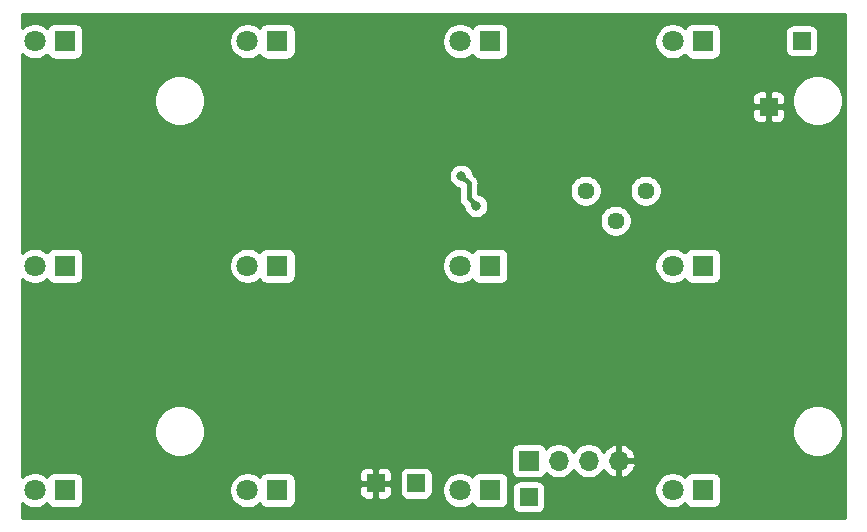
<source format=gbr>
%TF.GenerationSoftware,KiCad,Pcbnew,(5.1.6)-1*%
%TF.CreationDate,2021-04-28T12:46:05+02:00*%
%TF.ProjectId,combi_indicator,636f6d62-695f-4696-9e64-696361746f72,rev?*%
%TF.SameCoordinates,Original*%
%TF.FileFunction,Copper,L1,Top*%
%TF.FilePolarity,Positive*%
%FSLAX46Y46*%
G04 Gerber Fmt 4.6, Leading zero omitted, Abs format (unit mm)*
G04 Created by KiCad (PCBNEW (5.1.6)-1) date 2021-04-28 12:46:05*
%MOMM*%
%LPD*%
G01*
G04 APERTURE LIST*
%TA.AperFunction,SMDPad,CuDef*%
%ADD10R,1.500000X1.500000*%
%TD*%
%TA.AperFunction,ComponentPad*%
%ADD11C,1.440000*%
%TD*%
%TA.AperFunction,ComponentPad*%
%ADD12C,1.800000*%
%TD*%
%TA.AperFunction,ComponentPad*%
%ADD13R,1.800000X1.800000*%
%TD*%
%TA.AperFunction,ComponentPad*%
%ADD14O,1.700000X1.700000*%
%TD*%
%TA.AperFunction,ComponentPad*%
%ADD15R,1.700000X1.700000*%
%TD*%
%TA.AperFunction,ViaPad*%
%ADD16C,0.800000*%
%TD*%
%TA.AperFunction,Conductor*%
%ADD17C,0.400000*%
%TD*%
%TA.AperFunction,Conductor*%
%ADD18C,0.254000*%
%TD*%
G04 APERTURE END LIST*
D10*
%TO.P,GND,1*%
%TO.N,GND*%
X122860000Y-86538000D03*
%TD*%
%TO.P,LED current,1*%
%TO.N,/cur_test*%
X125654000Y-80950000D03*
%TD*%
%TO.P,+LED,1*%
%TO.N,VBUS*%
X93015000Y-118415000D03*
%TD*%
%TO.P,GND,1*%
%TO.N,GND*%
X89586000Y-118415000D03*
%TD*%
%TO.P,VCC,1*%
%TO.N,VCC*%
X102540000Y-119558000D03*
%TD*%
D11*
%TO.P,RV1,1*%
%TO.N,Net-(R12-Pad2)*%
X112446000Y-93650000D03*
%TO.P,RV1,2*%
%TO.N,VBUS*%
X109906000Y-96190000D03*
%TO.P,RV1,3*%
X107366000Y-93650000D03*
%TD*%
D12*
%TO.P,D12,2*%
%TO.N,Net-(D12-Pad2)*%
X114730000Y-81000000D03*
D13*
%TO.P,D12,1*%
%TO.N,/cur_test*%
X117270000Y-81000000D03*
%TD*%
D12*
%TO.P,D11,2*%
%TO.N,Net-(D11-Pad2)*%
X96730000Y-81000000D03*
D13*
%TO.P,D11,1*%
%TO.N,Net-(D11-Pad1)*%
X99270000Y-81000000D03*
%TD*%
D12*
%TO.P,D10,2*%
%TO.N,Net-(D10-Pad2)*%
X78730000Y-81000000D03*
D13*
%TO.P,D10,1*%
%TO.N,Net-(D10-Pad1)*%
X81270000Y-81000000D03*
%TD*%
D12*
%TO.P,D9,2*%
%TO.N,Net-(D5-Pad1)*%
X60730000Y-81000000D03*
D13*
%TO.P,D9,1*%
%TO.N,Net-(D9-Pad1)*%
X63270000Y-81000000D03*
%TD*%
D12*
%TO.P,D8,2*%
%TO.N,Net-(D4-Pad1)*%
X114730000Y-100000000D03*
D13*
%TO.P,D8,1*%
%TO.N,Net-(D12-Pad2)*%
X117270000Y-100000000D03*
%TD*%
D12*
%TO.P,D7,2*%
%TO.N,Net-(D3-Pad1)*%
X96730000Y-100000000D03*
D13*
%TO.P,D7,1*%
%TO.N,Net-(D11-Pad2)*%
X99270000Y-100000000D03*
%TD*%
D12*
%TO.P,D6,2*%
%TO.N,Net-(D2-Pad1)*%
X78730000Y-100000000D03*
D13*
%TO.P,D6,1*%
%TO.N,Net-(D10-Pad2)*%
X81270000Y-100000000D03*
%TD*%
D12*
%TO.P,D5,2*%
%TO.N,Net-(D1-Pad1)*%
X60730000Y-100000000D03*
D13*
%TO.P,D5,1*%
%TO.N,Net-(D5-Pad1)*%
X63270000Y-100000000D03*
%TD*%
D14*
%TO.P,J1,4*%
%TO.N,GND*%
X110160000Y-116510000D03*
%TO.P,J1,3*%
%TO.N,/OPT_E*%
X107620000Y-116510000D03*
%TO.P,J1,2*%
%TO.N,VCC*%
X105080000Y-116510000D03*
D15*
%TO.P,J1,1*%
X102540000Y-116510000D03*
%TD*%
D12*
%TO.P,D4,2*%
%TO.N,VBUS*%
X114730000Y-119000000D03*
D13*
%TO.P,D4,1*%
%TO.N,Net-(D4-Pad1)*%
X117270000Y-119000000D03*
%TD*%
D12*
%TO.P,D3,2*%
%TO.N,VBUS*%
X96730000Y-119000000D03*
D13*
%TO.P,D3,1*%
%TO.N,Net-(D3-Pad1)*%
X99270000Y-119000000D03*
%TD*%
D12*
%TO.P,D2,2*%
%TO.N,VBUS*%
X78730000Y-119000000D03*
D13*
%TO.P,D2,1*%
%TO.N,Net-(D2-Pad1)*%
X81270000Y-119000000D03*
%TD*%
D12*
%TO.P,D1,2*%
%TO.N,VBUS*%
X60730000Y-119000000D03*
D13*
%TO.P,D1,1*%
%TO.N,Net-(D1-Pad1)*%
X63270000Y-119000000D03*
%TD*%
D16*
%TO.N,VCC*%
X102540000Y-119558000D03*
%TO.N,GND*%
X89586000Y-118415000D03*
X122860000Y-86538000D03*
X66980000Y-84252000D03*
X103048000Y-84252000D03*
X84760000Y-84252000D03*
X120828000Y-84252000D03*
X109398000Y-110414000D03*
X111430000Y-107112000D03*
X107366000Y-105588000D03*
X101760000Y-96462000D03*
X101760000Y-98494000D03*
X106350000Y-104572000D03*
X109416000Y-112682000D03*
X106096000Y-96444000D03*
X106096000Y-97968000D03*
X106096000Y-99492000D03*
X106096000Y-101270000D03*
X106096000Y-102794000D03*
%TO.N,VBUS*%
X93015000Y-118415000D03*
%TO.N,Net-(D11-Pad2)*%
X98095000Y-94920000D03*
X96825000Y-92380000D03*
%TO.N,/cur_test*%
X125654000Y-80950000D03*
%TD*%
D17*
%TO.N,Net-(D11-Pad2)*%
X97460000Y-93015000D02*
X96825000Y-92380000D01*
X98095000Y-94920000D02*
X97460000Y-94285000D01*
X97460000Y-94285000D02*
X97460000Y-93015000D01*
%TD*%
D18*
%TO.N,GND*%
G36*
X129340000Y-121340000D02*
G01*
X59660000Y-121340000D01*
X59660000Y-120100817D01*
X59751495Y-120192312D01*
X60002905Y-120360299D01*
X60282257Y-120476011D01*
X60578816Y-120535000D01*
X60881184Y-120535000D01*
X61177743Y-120476011D01*
X61457095Y-120360299D01*
X61708505Y-120192312D01*
X61774944Y-120125873D01*
X61780498Y-120144180D01*
X61839463Y-120254494D01*
X61918815Y-120351185D01*
X62015506Y-120430537D01*
X62125820Y-120489502D01*
X62245518Y-120525812D01*
X62370000Y-120538072D01*
X64170000Y-120538072D01*
X64294482Y-120525812D01*
X64414180Y-120489502D01*
X64524494Y-120430537D01*
X64621185Y-120351185D01*
X64700537Y-120254494D01*
X64759502Y-120144180D01*
X64795812Y-120024482D01*
X64808072Y-119900000D01*
X64808072Y-118848816D01*
X77195000Y-118848816D01*
X77195000Y-119151184D01*
X77253989Y-119447743D01*
X77369701Y-119727095D01*
X77537688Y-119978505D01*
X77751495Y-120192312D01*
X78002905Y-120360299D01*
X78282257Y-120476011D01*
X78578816Y-120535000D01*
X78881184Y-120535000D01*
X79177743Y-120476011D01*
X79457095Y-120360299D01*
X79708505Y-120192312D01*
X79774944Y-120125873D01*
X79780498Y-120144180D01*
X79839463Y-120254494D01*
X79918815Y-120351185D01*
X80015506Y-120430537D01*
X80125820Y-120489502D01*
X80245518Y-120525812D01*
X80370000Y-120538072D01*
X82170000Y-120538072D01*
X82294482Y-120525812D01*
X82414180Y-120489502D01*
X82524494Y-120430537D01*
X82621185Y-120351185D01*
X82700537Y-120254494D01*
X82759502Y-120144180D01*
X82795812Y-120024482D01*
X82808072Y-119900000D01*
X82808072Y-119165000D01*
X88197928Y-119165000D01*
X88210188Y-119289482D01*
X88246498Y-119409180D01*
X88305463Y-119519494D01*
X88384815Y-119616185D01*
X88481506Y-119695537D01*
X88591820Y-119754502D01*
X88711518Y-119790812D01*
X88836000Y-119803072D01*
X89300250Y-119800000D01*
X89459000Y-119641250D01*
X89459000Y-118542000D01*
X89713000Y-118542000D01*
X89713000Y-119641250D01*
X89871750Y-119800000D01*
X90336000Y-119803072D01*
X90460482Y-119790812D01*
X90580180Y-119754502D01*
X90690494Y-119695537D01*
X90787185Y-119616185D01*
X90866537Y-119519494D01*
X90925502Y-119409180D01*
X90961812Y-119289482D01*
X90974072Y-119165000D01*
X90971000Y-118700750D01*
X90812250Y-118542000D01*
X89713000Y-118542000D01*
X89459000Y-118542000D01*
X88359750Y-118542000D01*
X88201000Y-118700750D01*
X88197928Y-119165000D01*
X82808072Y-119165000D01*
X82808072Y-118100000D01*
X82795812Y-117975518D01*
X82759502Y-117855820D01*
X82700537Y-117745506D01*
X82634468Y-117665000D01*
X88197928Y-117665000D01*
X88201000Y-118129250D01*
X88359750Y-118288000D01*
X89459000Y-118288000D01*
X89459000Y-117188750D01*
X89713000Y-117188750D01*
X89713000Y-118288000D01*
X90812250Y-118288000D01*
X90971000Y-118129250D01*
X90974072Y-117665000D01*
X91626928Y-117665000D01*
X91626928Y-119165000D01*
X91639188Y-119289482D01*
X91675498Y-119409180D01*
X91734463Y-119519494D01*
X91813815Y-119616185D01*
X91910506Y-119695537D01*
X92020820Y-119754502D01*
X92140518Y-119790812D01*
X92265000Y-119803072D01*
X93765000Y-119803072D01*
X93889482Y-119790812D01*
X94009180Y-119754502D01*
X94119494Y-119695537D01*
X94216185Y-119616185D01*
X94295537Y-119519494D01*
X94354502Y-119409180D01*
X94390812Y-119289482D01*
X94403072Y-119165000D01*
X94403072Y-118848816D01*
X95195000Y-118848816D01*
X95195000Y-119151184D01*
X95253989Y-119447743D01*
X95369701Y-119727095D01*
X95537688Y-119978505D01*
X95751495Y-120192312D01*
X96002905Y-120360299D01*
X96282257Y-120476011D01*
X96578816Y-120535000D01*
X96881184Y-120535000D01*
X97177743Y-120476011D01*
X97457095Y-120360299D01*
X97708505Y-120192312D01*
X97774944Y-120125873D01*
X97780498Y-120144180D01*
X97839463Y-120254494D01*
X97918815Y-120351185D01*
X98015506Y-120430537D01*
X98125820Y-120489502D01*
X98245518Y-120525812D01*
X98370000Y-120538072D01*
X100170000Y-120538072D01*
X100294482Y-120525812D01*
X100414180Y-120489502D01*
X100524494Y-120430537D01*
X100621185Y-120351185D01*
X100700537Y-120254494D01*
X100759502Y-120144180D01*
X100795812Y-120024482D01*
X100808072Y-119900000D01*
X100808072Y-118808000D01*
X101151928Y-118808000D01*
X101151928Y-120308000D01*
X101164188Y-120432482D01*
X101200498Y-120552180D01*
X101259463Y-120662494D01*
X101338815Y-120759185D01*
X101435506Y-120838537D01*
X101545820Y-120897502D01*
X101665518Y-120933812D01*
X101790000Y-120946072D01*
X103290000Y-120946072D01*
X103414482Y-120933812D01*
X103534180Y-120897502D01*
X103644494Y-120838537D01*
X103741185Y-120759185D01*
X103820537Y-120662494D01*
X103879502Y-120552180D01*
X103915812Y-120432482D01*
X103928072Y-120308000D01*
X103928072Y-118848816D01*
X113195000Y-118848816D01*
X113195000Y-119151184D01*
X113253989Y-119447743D01*
X113369701Y-119727095D01*
X113537688Y-119978505D01*
X113751495Y-120192312D01*
X114002905Y-120360299D01*
X114282257Y-120476011D01*
X114578816Y-120535000D01*
X114881184Y-120535000D01*
X115177743Y-120476011D01*
X115457095Y-120360299D01*
X115708505Y-120192312D01*
X115774944Y-120125873D01*
X115780498Y-120144180D01*
X115839463Y-120254494D01*
X115918815Y-120351185D01*
X116015506Y-120430537D01*
X116125820Y-120489502D01*
X116245518Y-120525812D01*
X116370000Y-120538072D01*
X118170000Y-120538072D01*
X118294482Y-120525812D01*
X118414180Y-120489502D01*
X118524494Y-120430537D01*
X118621185Y-120351185D01*
X118700537Y-120254494D01*
X118759502Y-120144180D01*
X118795812Y-120024482D01*
X118808072Y-119900000D01*
X118808072Y-118100000D01*
X118795812Y-117975518D01*
X118759502Y-117855820D01*
X118700537Y-117745506D01*
X118621185Y-117648815D01*
X118524494Y-117569463D01*
X118414180Y-117510498D01*
X118294482Y-117474188D01*
X118170000Y-117461928D01*
X116370000Y-117461928D01*
X116245518Y-117474188D01*
X116125820Y-117510498D01*
X116015506Y-117569463D01*
X115918815Y-117648815D01*
X115839463Y-117745506D01*
X115780498Y-117855820D01*
X115774944Y-117874127D01*
X115708505Y-117807688D01*
X115457095Y-117639701D01*
X115177743Y-117523989D01*
X114881184Y-117465000D01*
X114578816Y-117465000D01*
X114282257Y-117523989D01*
X114002905Y-117639701D01*
X113751495Y-117807688D01*
X113537688Y-118021495D01*
X113369701Y-118272905D01*
X113253989Y-118552257D01*
X113195000Y-118848816D01*
X103928072Y-118848816D01*
X103928072Y-118808000D01*
X103915812Y-118683518D01*
X103879502Y-118563820D01*
X103820537Y-118453506D01*
X103741185Y-118356815D01*
X103644494Y-118277463D01*
X103534180Y-118218498D01*
X103414482Y-118182188D01*
X103290000Y-118169928D01*
X101790000Y-118169928D01*
X101665518Y-118182188D01*
X101545820Y-118218498D01*
X101435506Y-118277463D01*
X101338815Y-118356815D01*
X101259463Y-118453506D01*
X101200498Y-118563820D01*
X101164188Y-118683518D01*
X101151928Y-118808000D01*
X100808072Y-118808000D01*
X100808072Y-118100000D01*
X100795812Y-117975518D01*
X100759502Y-117855820D01*
X100700537Y-117745506D01*
X100621185Y-117648815D01*
X100524494Y-117569463D01*
X100414180Y-117510498D01*
X100294482Y-117474188D01*
X100170000Y-117461928D01*
X98370000Y-117461928D01*
X98245518Y-117474188D01*
X98125820Y-117510498D01*
X98015506Y-117569463D01*
X97918815Y-117648815D01*
X97839463Y-117745506D01*
X97780498Y-117855820D01*
X97774944Y-117874127D01*
X97708505Y-117807688D01*
X97457095Y-117639701D01*
X97177743Y-117523989D01*
X96881184Y-117465000D01*
X96578816Y-117465000D01*
X96282257Y-117523989D01*
X96002905Y-117639701D01*
X95751495Y-117807688D01*
X95537688Y-118021495D01*
X95369701Y-118272905D01*
X95253989Y-118552257D01*
X95195000Y-118848816D01*
X94403072Y-118848816D01*
X94403072Y-117665000D01*
X94390812Y-117540518D01*
X94354502Y-117420820D01*
X94295537Y-117310506D01*
X94216185Y-117213815D01*
X94119494Y-117134463D01*
X94009180Y-117075498D01*
X93889482Y-117039188D01*
X93765000Y-117026928D01*
X92265000Y-117026928D01*
X92140518Y-117039188D01*
X92020820Y-117075498D01*
X91910506Y-117134463D01*
X91813815Y-117213815D01*
X91734463Y-117310506D01*
X91675498Y-117420820D01*
X91639188Y-117540518D01*
X91626928Y-117665000D01*
X90974072Y-117665000D01*
X90961812Y-117540518D01*
X90925502Y-117420820D01*
X90866537Y-117310506D01*
X90787185Y-117213815D01*
X90690494Y-117134463D01*
X90580180Y-117075498D01*
X90460482Y-117039188D01*
X90336000Y-117026928D01*
X89871750Y-117030000D01*
X89713000Y-117188750D01*
X89459000Y-117188750D01*
X89300250Y-117030000D01*
X88836000Y-117026928D01*
X88711518Y-117039188D01*
X88591820Y-117075498D01*
X88481506Y-117134463D01*
X88384815Y-117213815D01*
X88305463Y-117310506D01*
X88246498Y-117420820D01*
X88210188Y-117540518D01*
X88197928Y-117665000D01*
X82634468Y-117665000D01*
X82621185Y-117648815D01*
X82524494Y-117569463D01*
X82414180Y-117510498D01*
X82294482Y-117474188D01*
X82170000Y-117461928D01*
X80370000Y-117461928D01*
X80245518Y-117474188D01*
X80125820Y-117510498D01*
X80015506Y-117569463D01*
X79918815Y-117648815D01*
X79839463Y-117745506D01*
X79780498Y-117855820D01*
X79774944Y-117874127D01*
X79708505Y-117807688D01*
X79457095Y-117639701D01*
X79177743Y-117523989D01*
X78881184Y-117465000D01*
X78578816Y-117465000D01*
X78282257Y-117523989D01*
X78002905Y-117639701D01*
X77751495Y-117807688D01*
X77537688Y-118021495D01*
X77369701Y-118272905D01*
X77253989Y-118552257D01*
X77195000Y-118848816D01*
X64808072Y-118848816D01*
X64808072Y-118100000D01*
X64795812Y-117975518D01*
X64759502Y-117855820D01*
X64700537Y-117745506D01*
X64621185Y-117648815D01*
X64524494Y-117569463D01*
X64414180Y-117510498D01*
X64294482Y-117474188D01*
X64170000Y-117461928D01*
X62370000Y-117461928D01*
X62245518Y-117474188D01*
X62125820Y-117510498D01*
X62015506Y-117569463D01*
X61918815Y-117648815D01*
X61839463Y-117745506D01*
X61780498Y-117855820D01*
X61774944Y-117874127D01*
X61708505Y-117807688D01*
X61457095Y-117639701D01*
X61177743Y-117523989D01*
X60881184Y-117465000D01*
X60578816Y-117465000D01*
X60282257Y-117523989D01*
X60002905Y-117639701D01*
X59751495Y-117807688D01*
X59660000Y-117899183D01*
X59660000Y-113786323D01*
X70830497Y-113786323D01*
X70830497Y-114213677D01*
X70913870Y-114632821D01*
X71077412Y-115027645D01*
X71314837Y-115382977D01*
X71617023Y-115685163D01*
X71972355Y-115922588D01*
X72367179Y-116086130D01*
X72786323Y-116169503D01*
X73213677Y-116169503D01*
X73632821Y-116086130D01*
X74027645Y-115922588D01*
X74382977Y-115685163D01*
X74408140Y-115660000D01*
X101051928Y-115660000D01*
X101051928Y-117360000D01*
X101064188Y-117484482D01*
X101100498Y-117604180D01*
X101159463Y-117714494D01*
X101238815Y-117811185D01*
X101335506Y-117890537D01*
X101445820Y-117949502D01*
X101565518Y-117985812D01*
X101690000Y-117998072D01*
X103390000Y-117998072D01*
X103514482Y-117985812D01*
X103634180Y-117949502D01*
X103744494Y-117890537D01*
X103841185Y-117811185D01*
X103920537Y-117714494D01*
X103979502Y-117604180D01*
X104001513Y-117531620D01*
X104133368Y-117663475D01*
X104376589Y-117825990D01*
X104646842Y-117937932D01*
X104933740Y-117995000D01*
X105226260Y-117995000D01*
X105513158Y-117937932D01*
X105783411Y-117825990D01*
X106026632Y-117663475D01*
X106233475Y-117456632D01*
X106350000Y-117282240D01*
X106466525Y-117456632D01*
X106673368Y-117663475D01*
X106916589Y-117825990D01*
X107186842Y-117937932D01*
X107473740Y-117995000D01*
X107766260Y-117995000D01*
X108053158Y-117937932D01*
X108323411Y-117825990D01*
X108566632Y-117663475D01*
X108773475Y-117456632D01*
X108895195Y-117274466D01*
X108964822Y-117391355D01*
X109159731Y-117607588D01*
X109393080Y-117781641D01*
X109655901Y-117906825D01*
X109803110Y-117951476D01*
X110033000Y-117830155D01*
X110033000Y-116637000D01*
X110287000Y-116637000D01*
X110287000Y-117830155D01*
X110516890Y-117951476D01*
X110664099Y-117906825D01*
X110926920Y-117781641D01*
X111160269Y-117607588D01*
X111355178Y-117391355D01*
X111504157Y-117141252D01*
X111601481Y-116866891D01*
X111480814Y-116637000D01*
X110287000Y-116637000D01*
X110033000Y-116637000D01*
X110013000Y-116637000D01*
X110013000Y-116383000D01*
X110033000Y-116383000D01*
X110033000Y-115189845D01*
X110287000Y-115189845D01*
X110287000Y-116383000D01*
X111480814Y-116383000D01*
X111601481Y-116153109D01*
X111504157Y-115878748D01*
X111355178Y-115628645D01*
X111160269Y-115412412D01*
X110926920Y-115238359D01*
X110664099Y-115113175D01*
X110516890Y-115068524D01*
X110287000Y-115189845D01*
X110033000Y-115189845D01*
X109803110Y-115068524D01*
X109655901Y-115113175D01*
X109393080Y-115238359D01*
X109159731Y-115412412D01*
X108964822Y-115628645D01*
X108895195Y-115745534D01*
X108773475Y-115563368D01*
X108566632Y-115356525D01*
X108323411Y-115194010D01*
X108053158Y-115082068D01*
X107766260Y-115025000D01*
X107473740Y-115025000D01*
X107186842Y-115082068D01*
X106916589Y-115194010D01*
X106673368Y-115356525D01*
X106466525Y-115563368D01*
X106350000Y-115737760D01*
X106233475Y-115563368D01*
X106026632Y-115356525D01*
X105783411Y-115194010D01*
X105513158Y-115082068D01*
X105226260Y-115025000D01*
X104933740Y-115025000D01*
X104646842Y-115082068D01*
X104376589Y-115194010D01*
X104133368Y-115356525D01*
X104001513Y-115488380D01*
X103979502Y-115415820D01*
X103920537Y-115305506D01*
X103841185Y-115208815D01*
X103744494Y-115129463D01*
X103634180Y-115070498D01*
X103514482Y-115034188D01*
X103390000Y-115021928D01*
X101690000Y-115021928D01*
X101565518Y-115034188D01*
X101445820Y-115070498D01*
X101335506Y-115129463D01*
X101238815Y-115208815D01*
X101159463Y-115305506D01*
X101100498Y-115415820D01*
X101064188Y-115535518D01*
X101051928Y-115660000D01*
X74408140Y-115660000D01*
X74685163Y-115382977D01*
X74922588Y-115027645D01*
X75086130Y-114632821D01*
X75169503Y-114213677D01*
X75169503Y-113786323D01*
X124830497Y-113786323D01*
X124830497Y-114213677D01*
X124913870Y-114632821D01*
X125077412Y-115027645D01*
X125314837Y-115382977D01*
X125617023Y-115685163D01*
X125972355Y-115922588D01*
X126367179Y-116086130D01*
X126786323Y-116169503D01*
X127213677Y-116169503D01*
X127632821Y-116086130D01*
X128027645Y-115922588D01*
X128382977Y-115685163D01*
X128685163Y-115382977D01*
X128922588Y-115027645D01*
X129086130Y-114632821D01*
X129169503Y-114213677D01*
X129169503Y-113786323D01*
X129086130Y-113367179D01*
X128922588Y-112972355D01*
X128685163Y-112617023D01*
X128382977Y-112314837D01*
X128027645Y-112077412D01*
X127632821Y-111913870D01*
X127213677Y-111830497D01*
X126786323Y-111830497D01*
X126367179Y-111913870D01*
X125972355Y-112077412D01*
X125617023Y-112314837D01*
X125314837Y-112617023D01*
X125077412Y-112972355D01*
X124913870Y-113367179D01*
X124830497Y-113786323D01*
X75169503Y-113786323D01*
X75086130Y-113367179D01*
X74922588Y-112972355D01*
X74685163Y-112617023D01*
X74382977Y-112314837D01*
X74027645Y-112077412D01*
X73632821Y-111913870D01*
X73213677Y-111830497D01*
X72786323Y-111830497D01*
X72367179Y-111913870D01*
X71972355Y-112077412D01*
X71617023Y-112314837D01*
X71314837Y-112617023D01*
X71077412Y-112972355D01*
X70913870Y-113367179D01*
X70830497Y-113786323D01*
X59660000Y-113786323D01*
X59660000Y-101100817D01*
X59751495Y-101192312D01*
X60002905Y-101360299D01*
X60282257Y-101476011D01*
X60578816Y-101535000D01*
X60881184Y-101535000D01*
X61177743Y-101476011D01*
X61457095Y-101360299D01*
X61708505Y-101192312D01*
X61774944Y-101125873D01*
X61780498Y-101144180D01*
X61839463Y-101254494D01*
X61918815Y-101351185D01*
X62015506Y-101430537D01*
X62125820Y-101489502D01*
X62245518Y-101525812D01*
X62370000Y-101538072D01*
X64170000Y-101538072D01*
X64294482Y-101525812D01*
X64414180Y-101489502D01*
X64524494Y-101430537D01*
X64621185Y-101351185D01*
X64700537Y-101254494D01*
X64759502Y-101144180D01*
X64795812Y-101024482D01*
X64808072Y-100900000D01*
X64808072Y-99848816D01*
X77195000Y-99848816D01*
X77195000Y-100151184D01*
X77253989Y-100447743D01*
X77369701Y-100727095D01*
X77537688Y-100978505D01*
X77751495Y-101192312D01*
X78002905Y-101360299D01*
X78282257Y-101476011D01*
X78578816Y-101535000D01*
X78881184Y-101535000D01*
X79177743Y-101476011D01*
X79457095Y-101360299D01*
X79708505Y-101192312D01*
X79774944Y-101125873D01*
X79780498Y-101144180D01*
X79839463Y-101254494D01*
X79918815Y-101351185D01*
X80015506Y-101430537D01*
X80125820Y-101489502D01*
X80245518Y-101525812D01*
X80370000Y-101538072D01*
X82170000Y-101538072D01*
X82294482Y-101525812D01*
X82414180Y-101489502D01*
X82524494Y-101430537D01*
X82621185Y-101351185D01*
X82700537Y-101254494D01*
X82759502Y-101144180D01*
X82795812Y-101024482D01*
X82808072Y-100900000D01*
X82808072Y-99848816D01*
X95195000Y-99848816D01*
X95195000Y-100151184D01*
X95253989Y-100447743D01*
X95369701Y-100727095D01*
X95537688Y-100978505D01*
X95751495Y-101192312D01*
X96002905Y-101360299D01*
X96282257Y-101476011D01*
X96578816Y-101535000D01*
X96881184Y-101535000D01*
X97177743Y-101476011D01*
X97457095Y-101360299D01*
X97708505Y-101192312D01*
X97774944Y-101125873D01*
X97780498Y-101144180D01*
X97839463Y-101254494D01*
X97918815Y-101351185D01*
X98015506Y-101430537D01*
X98125820Y-101489502D01*
X98245518Y-101525812D01*
X98370000Y-101538072D01*
X100170000Y-101538072D01*
X100294482Y-101525812D01*
X100414180Y-101489502D01*
X100524494Y-101430537D01*
X100621185Y-101351185D01*
X100700537Y-101254494D01*
X100759502Y-101144180D01*
X100795812Y-101024482D01*
X100808072Y-100900000D01*
X100808072Y-99848816D01*
X113195000Y-99848816D01*
X113195000Y-100151184D01*
X113253989Y-100447743D01*
X113369701Y-100727095D01*
X113537688Y-100978505D01*
X113751495Y-101192312D01*
X114002905Y-101360299D01*
X114282257Y-101476011D01*
X114578816Y-101535000D01*
X114881184Y-101535000D01*
X115177743Y-101476011D01*
X115457095Y-101360299D01*
X115708505Y-101192312D01*
X115774944Y-101125873D01*
X115780498Y-101144180D01*
X115839463Y-101254494D01*
X115918815Y-101351185D01*
X116015506Y-101430537D01*
X116125820Y-101489502D01*
X116245518Y-101525812D01*
X116370000Y-101538072D01*
X118170000Y-101538072D01*
X118294482Y-101525812D01*
X118414180Y-101489502D01*
X118524494Y-101430537D01*
X118621185Y-101351185D01*
X118700537Y-101254494D01*
X118759502Y-101144180D01*
X118795812Y-101024482D01*
X118808072Y-100900000D01*
X118808072Y-99100000D01*
X118795812Y-98975518D01*
X118759502Y-98855820D01*
X118700537Y-98745506D01*
X118621185Y-98648815D01*
X118524494Y-98569463D01*
X118414180Y-98510498D01*
X118294482Y-98474188D01*
X118170000Y-98461928D01*
X116370000Y-98461928D01*
X116245518Y-98474188D01*
X116125820Y-98510498D01*
X116015506Y-98569463D01*
X115918815Y-98648815D01*
X115839463Y-98745506D01*
X115780498Y-98855820D01*
X115774944Y-98874127D01*
X115708505Y-98807688D01*
X115457095Y-98639701D01*
X115177743Y-98523989D01*
X114881184Y-98465000D01*
X114578816Y-98465000D01*
X114282257Y-98523989D01*
X114002905Y-98639701D01*
X113751495Y-98807688D01*
X113537688Y-99021495D01*
X113369701Y-99272905D01*
X113253989Y-99552257D01*
X113195000Y-99848816D01*
X100808072Y-99848816D01*
X100808072Y-99100000D01*
X100795812Y-98975518D01*
X100759502Y-98855820D01*
X100700537Y-98745506D01*
X100621185Y-98648815D01*
X100524494Y-98569463D01*
X100414180Y-98510498D01*
X100294482Y-98474188D01*
X100170000Y-98461928D01*
X98370000Y-98461928D01*
X98245518Y-98474188D01*
X98125820Y-98510498D01*
X98015506Y-98569463D01*
X97918815Y-98648815D01*
X97839463Y-98745506D01*
X97780498Y-98855820D01*
X97774944Y-98874127D01*
X97708505Y-98807688D01*
X97457095Y-98639701D01*
X97177743Y-98523989D01*
X96881184Y-98465000D01*
X96578816Y-98465000D01*
X96282257Y-98523989D01*
X96002905Y-98639701D01*
X95751495Y-98807688D01*
X95537688Y-99021495D01*
X95369701Y-99272905D01*
X95253989Y-99552257D01*
X95195000Y-99848816D01*
X82808072Y-99848816D01*
X82808072Y-99100000D01*
X82795812Y-98975518D01*
X82759502Y-98855820D01*
X82700537Y-98745506D01*
X82621185Y-98648815D01*
X82524494Y-98569463D01*
X82414180Y-98510498D01*
X82294482Y-98474188D01*
X82170000Y-98461928D01*
X80370000Y-98461928D01*
X80245518Y-98474188D01*
X80125820Y-98510498D01*
X80015506Y-98569463D01*
X79918815Y-98648815D01*
X79839463Y-98745506D01*
X79780498Y-98855820D01*
X79774944Y-98874127D01*
X79708505Y-98807688D01*
X79457095Y-98639701D01*
X79177743Y-98523989D01*
X78881184Y-98465000D01*
X78578816Y-98465000D01*
X78282257Y-98523989D01*
X78002905Y-98639701D01*
X77751495Y-98807688D01*
X77537688Y-99021495D01*
X77369701Y-99272905D01*
X77253989Y-99552257D01*
X77195000Y-99848816D01*
X64808072Y-99848816D01*
X64808072Y-99100000D01*
X64795812Y-98975518D01*
X64759502Y-98855820D01*
X64700537Y-98745506D01*
X64621185Y-98648815D01*
X64524494Y-98569463D01*
X64414180Y-98510498D01*
X64294482Y-98474188D01*
X64170000Y-98461928D01*
X62370000Y-98461928D01*
X62245518Y-98474188D01*
X62125820Y-98510498D01*
X62015506Y-98569463D01*
X61918815Y-98648815D01*
X61839463Y-98745506D01*
X61780498Y-98855820D01*
X61774944Y-98874127D01*
X61708505Y-98807688D01*
X61457095Y-98639701D01*
X61177743Y-98523989D01*
X60881184Y-98465000D01*
X60578816Y-98465000D01*
X60282257Y-98523989D01*
X60002905Y-98639701D01*
X59751495Y-98807688D01*
X59660000Y-98899183D01*
X59660000Y-96056544D01*
X108551000Y-96056544D01*
X108551000Y-96323456D01*
X108603072Y-96585239D01*
X108705215Y-96831833D01*
X108853503Y-97053762D01*
X109042238Y-97242497D01*
X109264167Y-97390785D01*
X109510761Y-97492928D01*
X109772544Y-97545000D01*
X110039456Y-97545000D01*
X110301239Y-97492928D01*
X110547833Y-97390785D01*
X110769762Y-97242497D01*
X110958497Y-97053762D01*
X111106785Y-96831833D01*
X111208928Y-96585239D01*
X111261000Y-96323456D01*
X111261000Y-96056544D01*
X111208928Y-95794761D01*
X111106785Y-95548167D01*
X110958497Y-95326238D01*
X110769762Y-95137503D01*
X110547833Y-94989215D01*
X110301239Y-94887072D01*
X110039456Y-94835000D01*
X109772544Y-94835000D01*
X109510761Y-94887072D01*
X109264167Y-94989215D01*
X109042238Y-95137503D01*
X108853503Y-95326238D01*
X108705215Y-95548167D01*
X108603072Y-95794761D01*
X108551000Y-96056544D01*
X59660000Y-96056544D01*
X59660000Y-92278061D01*
X95790000Y-92278061D01*
X95790000Y-92481939D01*
X95829774Y-92681898D01*
X95907795Y-92870256D01*
X96021063Y-93039774D01*
X96165226Y-93183937D01*
X96334744Y-93297205D01*
X96523102Y-93375226D01*
X96625001Y-93395495D01*
X96625000Y-94243981D01*
X96620960Y-94285000D01*
X96625000Y-94326018D01*
X96637082Y-94448688D01*
X96684828Y-94606086D01*
X96762364Y-94751145D01*
X96866709Y-94878291D01*
X96898578Y-94904445D01*
X97070908Y-95076775D01*
X97099774Y-95221898D01*
X97177795Y-95410256D01*
X97291063Y-95579774D01*
X97435226Y-95723937D01*
X97604744Y-95837205D01*
X97793102Y-95915226D01*
X97993061Y-95955000D01*
X98196939Y-95955000D01*
X98396898Y-95915226D01*
X98585256Y-95837205D01*
X98754774Y-95723937D01*
X98898937Y-95579774D01*
X99012205Y-95410256D01*
X99090226Y-95221898D01*
X99130000Y-95021939D01*
X99130000Y-94818061D01*
X99090226Y-94618102D01*
X99012205Y-94429744D01*
X98898937Y-94260226D01*
X98754774Y-94116063D01*
X98585256Y-94002795D01*
X98396898Y-93924774D01*
X98295000Y-93904505D01*
X98295000Y-93516544D01*
X106011000Y-93516544D01*
X106011000Y-93783456D01*
X106063072Y-94045239D01*
X106165215Y-94291833D01*
X106313503Y-94513762D01*
X106502238Y-94702497D01*
X106724167Y-94850785D01*
X106970761Y-94952928D01*
X107232544Y-95005000D01*
X107499456Y-95005000D01*
X107761239Y-94952928D01*
X108007833Y-94850785D01*
X108229762Y-94702497D01*
X108418497Y-94513762D01*
X108566785Y-94291833D01*
X108668928Y-94045239D01*
X108721000Y-93783456D01*
X108721000Y-93516544D01*
X111091000Y-93516544D01*
X111091000Y-93783456D01*
X111143072Y-94045239D01*
X111245215Y-94291833D01*
X111393503Y-94513762D01*
X111582238Y-94702497D01*
X111804167Y-94850785D01*
X112050761Y-94952928D01*
X112312544Y-95005000D01*
X112579456Y-95005000D01*
X112841239Y-94952928D01*
X113087833Y-94850785D01*
X113309762Y-94702497D01*
X113498497Y-94513762D01*
X113646785Y-94291833D01*
X113748928Y-94045239D01*
X113801000Y-93783456D01*
X113801000Y-93516544D01*
X113748928Y-93254761D01*
X113646785Y-93008167D01*
X113498497Y-92786238D01*
X113309762Y-92597503D01*
X113087833Y-92449215D01*
X112841239Y-92347072D01*
X112579456Y-92295000D01*
X112312544Y-92295000D01*
X112050761Y-92347072D01*
X111804167Y-92449215D01*
X111582238Y-92597503D01*
X111393503Y-92786238D01*
X111245215Y-93008167D01*
X111143072Y-93254761D01*
X111091000Y-93516544D01*
X108721000Y-93516544D01*
X108668928Y-93254761D01*
X108566785Y-93008167D01*
X108418497Y-92786238D01*
X108229762Y-92597503D01*
X108007833Y-92449215D01*
X107761239Y-92347072D01*
X107499456Y-92295000D01*
X107232544Y-92295000D01*
X106970761Y-92347072D01*
X106724167Y-92449215D01*
X106502238Y-92597503D01*
X106313503Y-92786238D01*
X106165215Y-93008167D01*
X106063072Y-93254761D01*
X106011000Y-93516544D01*
X98295000Y-93516544D01*
X98295000Y-93056018D01*
X98299040Y-93015000D01*
X98282918Y-92851312D01*
X98235172Y-92693913D01*
X98157636Y-92548854D01*
X98079439Y-92453570D01*
X98079437Y-92453568D01*
X98053291Y-92421709D01*
X98021431Y-92395562D01*
X97849092Y-92223224D01*
X97820226Y-92078102D01*
X97742205Y-91889744D01*
X97628937Y-91720226D01*
X97484774Y-91576063D01*
X97315256Y-91462795D01*
X97126898Y-91384774D01*
X96926939Y-91345000D01*
X96723061Y-91345000D01*
X96523102Y-91384774D01*
X96334744Y-91462795D01*
X96165226Y-91576063D01*
X96021063Y-91720226D01*
X95907795Y-91889744D01*
X95829774Y-92078102D01*
X95790000Y-92278061D01*
X59660000Y-92278061D01*
X59660000Y-85786323D01*
X70830497Y-85786323D01*
X70830497Y-86213677D01*
X70913870Y-86632821D01*
X71077412Y-87027645D01*
X71314837Y-87382977D01*
X71617023Y-87685163D01*
X71972355Y-87922588D01*
X72367179Y-88086130D01*
X72786323Y-88169503D01*
X73213677Y-88169503D01*
X73632821Y-88086130D01*
X74027645Y-87922588D01*
X74382977Y-87685163D01*
X74685163Y-87382977D01*
X74748624Y-87288000D01*
X121471928Y-87288000D01*
X121484188Y-87412482D01*
X121520498Y-87532180D01*
X121579463Y-87642494D01*
X121658815Y-87739185D01*
X121755506Y-87818537D01*
X121865820Y-87877502D01*
X121985518Y-87913812D01*
X122110000Y-87926072D01*
X122574250Y-87923000D01*
X122733000Y-87764250D01*
X122733000Y-86665000D01*
X122987000Y-86665000D01*
X122987000Y-87764250D01*
X123145750Y-87923000D01*
X123610000Y-87926072D01*
X123734482Y-87913812D01*
X123854180Y-87877502D01*
X123964494Y-87818537D01*
X124061185Y-87739185D01*
X124140537Y-87642494D01*
X124199502Y-87532180D01*
X124235812Y-87412482D01*
X124248072Y-87288000D01*
X124245000Y-86823750D01*
X124086250Y-86665000D01*
X122987000Y-86665000D01*
X122733000Y-86665000D01*
X121633750Y-86665000D01*
X121475000Y-86823750D01*
X121471928Y-87288000D01*
X74748624Y-87288000D01*
X74922588Y-87027645D01*
X75086130Y-86632821D01*
X75169503Y-86213677D01*
X75169503Y-85788000D01*
X121471928Y-85788000D01*
X121475000Y-86252250D01*
X121633750Y-86411000D01*
X122733000Y-86411000D01*
X122733000Y-85311750D01*
X122987000Y-85311750D01*
X122987000Y-86411000D01*
X124086250Y-86411000D01*
X124245000Y-86252250D01*
X124248072Y-85788000D01*
X124247907Y-85786323D01*
X124830497Y-85786323D01*
X124830497Y-86213677D01*
X124913870Y-86632821D01*
X125077412Y-87027645D01*
X125314837Y-87382977D01*
X125617023Y-87685163D01*
X125972355Y-87922588D01*
X126367179Y-88086130D01*
X126786323Y-88169503D01*
X127213677Y-88169503D01*
X127632821Y-88086130D01*
X128027645Y-87922588D01*
X128382977Y-87685163D01*
X128685163Y-87382977D01*
X128922588Y-87027645D01*
X129086130Y-86632821D01*
X129169503Y-86213677D01*
X129169503Y-85786323D01*
X129086130Y-85367179D01*
X128922588Y-84972355D01*
X128685163Y-84617023D01*
X128382977Y-84314837D01*
X128027645Y-84077412D01*
X127632821Y-83913870D01*
X127213677Y-83830497D01*
X126786323Y-83830497D01*
X126367179Y-83913870D01*
X125972355Y-84077412D01*
X125617023Y-84314837D01*
X125314837Y-84617023D01*
X125077412Y-84972355D01*
X124913870Y-85367179D01*
X124830497Y-85786323D01*
X124247907Y-85786323D01*
X124235812Y-85663518D01*
X124199502Y-85543820D01*
X124140537Y-85433506D01*
X124061185Y-85336815D01*
X123964494Y-85257463D01*
X123854180Y-85198498D01*
X123734482Y-85162188D01*
X123610000Y-85149928D01*
X123145750Y-85153000D01*
X122987000Y-85311750D01*
X122733000Y-85311750D01*
X122574250Y-85153000D01*
X122110000Y-85149928D01*
X121985518Y-85162188D01*
X121865820Y-85198498D01*
X121755506Y-85257463D01*
X121658815Y-85336815D01*
X121579463Y-85433506D01*
X121520498Y-85543820D01*
X121484188Y-85663518D01*
X121471928Y-85788000D01*
X75169503Y-85788000D01*
X75169503Y-85786323D01*
X75086130Y-85367179D01*
X74922588Y-84972355D01*
X74685163Y-84617023D01*
X74382977Y-84314837D01*
X74027645Y-84077412D01*
X73632821Y-83913870D01*
X73213677Y-83830497D01*
X72786323Y-83830497D01*
X72367179Y-83913870D01*
X71972355Y-84077412D01*
X71617023Y-84314837D01*
X71314837Y-84617023D01*
X71077412Y-84972355D01*
X70913870Y-85367179D01*
X70830497Y-85786323D01*
X59660000Y-85786323D01*
X59660000Y-82100817D01*
X59751495Y-82192312D01*
X60002905Y-82360299D01*
X60282257Y-82476011D01*
X60578816Y-82535000D01*
X60881184Y-82535000D01*
X61177743Y-82476011D01*
X61457095Y-82360299D01*
X61708505Y-82192312D01*
X61774944Y-82125873D01*
X61780498Y-82144180D01*
X61839463Y-82254494D01*
X61918815Y-82351185D01*
X62015506Y-82430537D01*
X62125820Y-82489502D01*
X62245518Y-82525812D01*
X62370000Y-82538072D01*
X64170000Y-82538072D01*
X64294482Y-82525812D01*
X64414180Y-82489502D01*
X64524494Y-82430537D01*
X64621185Y-82351185D01*
X64700537Y-82254494D01*
X64759502Y-82144180D01*
X64795812Y-82024482D01*
X64808072Y-81900000D01*
X64808072Y-80848816D01*
X77195000Y-80848816D01*
X77195000Y-81151184D01*
X77253989Y-81447743D01*
X77369701Y-81727095D01*
X77537688Y-81978505D01*
X77751495Y-82192312D01*
X78002905Y-82360299D01*
X78282257Y-82476011D01*
X78578816Y-82535000D01*
X78881184Y-82535000D01*
X79177743Y-82476011D01*
X79457095Y-82360299D01*
X79708505Y-82192312D01*
X79774944Y-82125873D01*
X79780498Y-82144180D01*
X79839463Y-82254494D01*
X79918815Y-82351185D01*
X80015506Y-82430537D01*
X80125820Y-82489502D01*
X80245518Y-82525812D01*
X80370000Y-82538072D01*
X82170000Y-82538072D01*
X82294482Y-82525812D01*
X82414180Y-82489502D01*
X82524494Y-82430537D01*
X82621185Y-82351185D01*
X82700537Y-82254494D01*
X82759502Y-82144180D01*
X82795812Y-82024482D01*
X82808072Y-81900000D01*
X82808072Y-80848816D01*
X95195000Y-80848816D01*
X95195000Y-81151184D01*
X95253989Y-81447743D01*
X95369701Y-81727095D01*
X95537688Y-81978505D01*
X95751495Y-82192312D01*
X96002905Y-82360299D01*
X96282257Y-82476011D01*
X96578816Y-82535000D01*
X96881184Y-82535000D01*
X97177743Y-82476011D01*
X97457095Y-82360299D01*
X97708505Y-82192312D01*
X97774944Y-82125873D01*
X97780498Y-82144180D01*
X97839463Y-82254494D01*
X97918815Y-82351185D01*
X98015506Y-82430537D01*
X98125820Y-82489502D01*
X98245518Y-82525812D01*
X98370000Y-82538072D01*
X100170000Y-82538072D01*
X100294482Y-82525812D01*
X100414180Y-82489502D01*
X100524494Y-82430537D01*
X100621185Y-82351185D01*
X100700537Y-82254494D01*
X100759502Y-82144180D01*
X100795812Y-82024482D01*
X100808072Y-81900000D01*
X100808072Y-80848816D01*
X113195000Y-80848816D01*
X113195000Y-81151184D01*
X113253989Y-81447743D01*
X113369701Y-81727095D01*
X113537688Y-81978505D01*
X113751495Y-82192312D01*
X114002905Y-82360299D01*
X114282257Y-82476011D01*
X114578816Y-82535000D01*
X114881184Y-82535000D01*
X115177743Y-82476011D01*
X115457095Y-82360299D01*
X115708505Y-82192312D01*
X115774944Y-82125873D01*
X115780498Y-82144180D01*
X115839463Y-82254494D01*
X115918815Y-82351185D01*
X116015506Y-82430537D01*
X116125820Y-82489502D01*
X116245518Y-82525812D01*
X116370000Y-82538072D01*
X118170000Y-82538072D01*
X118294482Y-82525812D01*
X118414180Y-82489502D01*
X118524494Y-82430537D01*
X118621185Y-82351185D01*
X118700537Y-82254494D01*
X118759502Y-82144180D01*
X118795812Y-82024482D01*
X118808072Y-81900000D01*
X118808072Y-80200000D01*
X124265928Y-80200000D01*
X124265928Y-81700000D01*
X124278188Y-81824482D01*
X124314498Y-81944180D01*
X124373463Y-82054494D01*
X124452815Y-82151185D01*
X124549506Y-82230537D01*
X124659820Y-82289502D01*
X124779518Y-82325812D01*
X124904000Y-82338072D01*
X126404000Y-82338072D01*
X126528482Y-82325812D01*
X126648180Y-82289502D01*
X126758494Y-82230537D01*
X126855185Y-82151185D01*
X126934537Y-82054494D01*
X126993502Y-81944180D01*
X127029812Y-81824482D01*
X127042072Y-81700000D01*
X127042072Y-80200000D01*
X127029812Y-80075518D01*
X126993502Y-79955820D01*
X126934537Y-79845506D01*
X126855185Y-79748815D01*
X126758494Y-79669463D01*
X126648180Y-79610498D01*
X126528482Y-79574188D01*
X126404000Y-79561928D01*
X124904000Y-79561928D01*
X124779518Y-79574188D01*
X124659820Y-79610498D01*
X124549506Y-79669463D01*
X124452815Y-79748815D01*
X124373463Y-79845506D01*
X124314498Y-79955820D01*
X124278188Y-80075518D01*
X124265928Y-80200000D01*
X118808072Y-80200000D01*
X118808072Y-80100000D01*
X118795812Y-79975518D01*
X118759502Y-79855820D01*
X118700537Y-79745506D01*
X118621185Y-79648815D01*
X118524494Y-79569463D01*
X118414180Y-79510498D01*
X118294482Y-79474188D01*
X118170000Y-79461928D01*
X116370000Y-79461928D01*
X116245518Y-79474188D01*
X116125820Y-79510498D01*
X116015506Y-79569463D01*
X115918815Y-79648815D01*
X115839463Y-79745506D01*
X115780498Y-79855820D01*
X115774944Y-79874127D01*
X115708505Y-79807688D01*
X115457095Y-79639701D01*
X115177743Y-79523989D01*
X114881184Y-79465000D01*
X114578816Y-79465000D01*
X114282257Y-79523989D01*
X114002905Y-79639701D01*
X113751495Y-79807688D01*
X113537688Y-80021495D01*
X113369701Y-80272905D01*
X113253989Y-80552257D01*
X113195000Y-80848816D01*
X100808072Y-80848816D01*
X100808072Y-80100000D01*
X100795812Y-79975518D01*
X100759502Y-79855820D01*
X100700537Y-79745506D01*
X100621185Y-79648815D01*
X100524494Y-79569463D01*
X100414180Y-79510498D01*
X100294482Y-79474188D01*
X100170000Y-79461928D01*
X98370000Y-79461928D01*
X98245518Y-79474188D01*
X98125820Y-79510498D01*
X98015506Y-79569463D01*
X97918815Y-79648815D01*
X97839463Y-79745506D01*
X97780498Y-79855820D01*
X97774944Y-79874127D01*
X97708505Y-79807688D01*
X97457095Y-79639701D01*
X97177743Y-79523989D01*
X96881184Y-79465000D01*
X96578816Y-79465000D01*
X96282257Y-79523989D01*
X96002905Y-79639701D01*
X95751495Y-79807688D01*
X95537688Y-80021495D01*
X95369701Y-80272905D01*
X95253989Y-80552257D01*
X95195000Y-80848816D01*
X82808072Y-80848816D01*
X82808072Y-80100000D01*
X82795812Y-79975518D01*
X82759502Y-79855820D01*
X82700537Y-79745506D01*
X82621185Y-79648815D01*
X82524494Y-79569463D01*
X82414180Y-79510498D01*
X82294482Y-79474188D01*
X82170000Y-79461928D01*
X80370000Y-79461928D01*
X80245518Y-79474188D01*
X80125820Y-79510498D01*
X80015506Y-79569463D01*
X79918815Y-79648815D01*
X79839463Y-79745506D01*
X79780498Y-79855820D01*
X79774944Y-79874127D01*
X79708505Y-79807688D01*
X79457095Y-79639701D01*
X79177743Y-79523989D01*
X78881184Y-79465000D01*
X78578816Y-79465000D01*
X78282257Y-79523989D01*
X78002905Y-79639701D01*
X77751495Y-79807688D01*
X77537688Y-80021495D01*
X77369701Y-80272905D01*
X77253989Y-80552257D01*
X77195000Y-80848816D01*
X64808072Y-80848816D01*
X64808072Y-80100000D01*
X64795812Y-79975518D01*
X64759502Y-79855820D01*
X64700537Y-79745506D01*
X64621185Y-79648815D01*
X64524494Y-79569463D01*
X64414180Y-79510498D01*
X64294482Y-79474188D01*
X64170000Y-79461928D01*
X62370000Y-79461928D01*
X62245518Y-79474188D01*
X62125820Y-79510498D01*
X62015506Y-79569463D01*
X61918815Y-79648815D01*
X61839463Y-79745506D01*
X61780498Y-79855820D01*
X61774944Y-79874127D01*
X61708505Y-79807688D01*
X61457095Y-79639701D01*
X61177743Y-79523989D01*
X60881184Y-79465000D01*
X60578816Y-79465000D01*
X60282257Y-79523989D01*
X60002905Y-79639701D01*
X59751495Y-79807688D01*
X59660000Y-79899183D01*
X59660000Y-78660000D01*
X129340001Y-78660000D01*
X129340000Y-121340000D01*
G37*
X129340000Y-121340000D02*
X59660000Y-121340000D01*
X59660000Y-120100817D01*
X59751495Y-120192312D01*
X60002905Y-120360299D01*
X60282257Y-120476011D01*
X60578816Y-120535000D01*
X60881184Y-120535000D01*
X61177743Y-120476011D01*
X61457095Y-120360299D01*
X61708505Y-120192312D01*
X61774944Y-120125873D01*
X61780498Y-120144180D01*
X61839463Y-120254494D01*
X61918815Y-120351185D01*
X62015506Y-120430537D01*
X62125820Y-120489502D01*
X62245518Y-120525812D01*
X62370000Y-120538072D01*
X64170000Y-120538072D01*
X64294482Y-120525812D01*
X64414180Y-120489502D01*
X64524494Y-120430537D01*
X64621185Y-120351185D01*
X64700537Y-120254494D01*
X64759502Y-120144180D01*
X64795812Y-120024482D01*
X64808072Y-119900000D01*
X64808072Y-118848816D01*
X77195000Y-118848816D01*
X77195000Y-119151184D01*
X77253989Y-119447743D01*
X77369701Y-119727095D01*
X77537688Y-119978505D01*
X77751495Y-120192312D01*
X78002905Y-120360299D01*
X78282257Y-120476011D01*
X78578816Y-120535000D01*
X78881184Y-120535000D01*
X79177743Y-120476011D01*
X79457095Y-120360299D01*
X79708505Y-120192312D01*
X79774944Y-120125873D01*
X79780498Y-120144180D01*
X79839463Y-120254494D01*
X79918815Y-120351185D01*
X80015506Y-120430537D01*
X80125820Y-120489502D01*
X80245518Y-120525812D01*
X80370000Y-120538072D01*
X82170000Y-120538072D01*
X82294482Y-120525812D01*
X82414180Y-120489502D01*
X82524494Y-120430537D01*
X82621185Y-120351185D01*
X82700537Y-120254494D01*
X82759502Y-120144180D01*
X82795812Y-120024482D01*
X82808072Y-119900000D01*
X82808072Y-119165000D01*
X88197928Y-119165000D01*
X88210188Y-119289482D01*
X88246498Y-119409180D01*
X88305463Y-119519494D01*
X88384815Y-119616185D01*
X88481506Y-119695537D01*
X88591820Y-119754502D01*
X88711518Y-119790812D01*
X88836000Y-119803072D01*
X89300250Y-119800000D01*
X89459000Y-119641250D01*
X89459000Y-118542000D01*
X89713000Y-118542000D01*
X89713000Y-119641250D01*
X89871750Y-119800000D01*
X90336000Y-119803072D01*
X90460482Y-119790812D01*
X90580180Y-119754502D01*
X90690494Y-119695537D01*
X90787185Y-119616185D01*
X90866537Y-119519494D01*
X90925502Y-119409180D01*
X90961812Y-119289482D01*
X90974072Y-119165000D01*
X90971000Y-118700750D01*
X90812250Y-118542000D01*
X89713000Y-118542000D01*
X89459000Y-118542000D01*
X88359750Y-118542000D01*
X88201000Y-118700750D01*
X88197928Y-119165000D01*
X82808072Y-119165000D01*
X82808072Y-118100000D01*
X82795812Y-117975518D01*
X82759502Y-117855820D01*
X82700537Y-117745506D01*
X82634468Y-117665000D01*
X88197928Y-117665000D01*
X88201000Y-118129250D01*
X88359750Y-118288000D01*
X89459000Y-118288000D01*
X89459000Y-117188750D01*
X89713000Y-117188750D01*
X89713000Y-118288000D01*
X90812250Y-118288000D01*
X90971000Y-118129250D01*
X90974072Y-117665000D01*
X91626928Y-117665000D01*
X91626928Y-119165000D01*
X91639188Y-119289482D01*
X91675498Y-119409180D01*
X91734463Y-119519494D01*
X91813815Y-119616185D01*
X91910506Y-119695537D01*
X92020820Y-119754502D01*
X92140518Y-119790812D01*
X92265000Y-119803072D01*
X93765000Y-119803072D01*
X93889482Y-119790812D01*
X94009180Y-119754502D01*
X94119494Y-119695537D01*
X94216185Y-119616185D01*
X94295537Y-119519494D01*
X94354502Y-119409180D01*
X94390812Y-119289482D01*
X94403072Y-119165000D01*
X94403072Y-118848816D01*
X95195000Y-118848816D01*
X95195000Y-119151184D01*
X95253989Y-119447743D01*
X95369701Y-119727095D01*
X95537688Y-119978505D01*
X95751495Y-120192312D01*
X96002905Y-120360299D01*
X96282257Y-120476011D01*
X96578816Y-120535000D01*
X96881184Y-120535000D01*
X97177743Y-120476011D01*
X97457095Y-120360299D01*
X97708505Y-120192312D01*
X97774944Y-120125873D01*
X97780498Y-120144180D01*
X97839463Y-120254494D01*
X97918815Y-120351185D01*
X98015506Y-120430537D01*
X98125820Y-120489502D01*
X98245518Y-120525812D01*
X98370000Y-120538072D01*
X100170000Y-120538072D01*
X100294482Y-120525812D01*
X100414180Y-120489502D01*
X100524494Y-120430537D01*
X100621185Y-120351185D01*
X100700537Y-120254494D01*
X100759502Y-120144180D01*
X100795812Y-120024482D01*
X100808072Y-119900000D01*
X100808072Y-118808000D01*
X101151928Y-118808000D01*
X101151928Y-120308000D01*
X101164188Y-120432482D01*
X101200498Y-120552180D01*
X101259463Y-120662494D01*
X101338815Y-120759185D01*
X101435506Y-120838537D01*
X101545820Y-120897502D01*
X101665518Y-120933812D01*
X101790000Y-120946072D01*
X103290000Y-120946072D01*
X103414482Y-120933812D01*
X103534180Y-120897502D01*
X103644494Y-120838537D01*
X103741185Y-120759185D01*
X103820537Y-120662494D01*
X103879502Y-120552180D01*
X103915812Y-120432482D01*
X103928072Y-120308000D01*
X103928072Y-118848816D01*
X113195000Y-118848816D01*
X113195000Y-119151184D01*
X113253989Y-119447743D01*
X113369701Y-119727095D01*
X113537688Y-119978505D01*
X113751495Y-120192312D01*
X114002905Y-120360299D01*
X114282257Y-120476011D01*
X114578816Y-120535000D01*
X114881184Y-120535000D01*
X115177743Y-120476011D01*
X115457095Y-120360299D01*
X115708505Y-120192312D01*
X115774944Y-120125873D01*
X115780498Y-120144180D01*
X115839463Y-120254494D01*
X115918815Y-120351185D01*
X116015506Y-120430537D01*
X116125820Y-120489502D01*
X116245518Y-120525812D01*
X116370000Y-120538072D01*
X118170000Y-120538072D01*
X118294482Y-120525812D01*
X118414180Y-120489502D01*
X118524494Y-120430537D01*
X118621185Y-120351185D01*
X118700537Y-120254494D01*
X118759502Y-120144180D01*
X118795812Y-120024482D01*
X118808072Y-119900000D01*
X118808072Y-118100000D01*
X118795812Y-117975518D01*
X118759502Y-117855820D01*
X118700537Y-117745506D01*
X118621185Y-117648815D01*
X118524494Y-117569463D01*
X118414180Y-117510498D01*
X118294482Y-117474188D01*
X118170000Y-117461928D01*
X116370000Y-117461928D01*
X116245518Y-117474188D01*
X116125820Y-117510498D01*
X116015506Y-117569463D01*
X115918815Y-117648815D01*
X115839463Y-117745506D01*
X115780498Y-117855820D01*
X115774944Y-117874127D01*
X115708505Y-117807688D01*
X115457095Y-117639701D01*
X115177743Y-117523989D01*
X114881184Y-117465000D01*
X114578816Y-117465000D01*
X114282257Y-117523989D01*
X114002905Y-117639701D01*
X113751495Y-117807688D01*
X113537688Y-118021495D01*
X113369701Y-118272905D01*
X113253989Y-118552257D01*
X113195000Y-118848816D01*
X103928072Y-118848816D01*
X103928072Y-118808000D01*
X103915812Y-118683518D01*
X103879502Y-118563820D01*
X103820537Y-118453506D01*
X103741185Y-118356815D01*
X103644494Y-118277463D01*
X103534180Y-118218498D01*
X103414482Y-118182188D01*
X103290000Y-118169928D01*
X101790000Y-118169928D01*
X101665518Y-118182188D01*
X101545820Y-118218498D01*
X101435506Y-118277463D01*
X101338815Y-118356815D01*
X101259463Y-118453506D01*
X101200498Y-118563820D01*
X101164188Y-118683518D01*
X101151928Y-118808000D01*
X100808072Y-118808000D01*
X100808072Y-118100000D01*
X100795812Y-117975518D01*
X100759502Y-117855820D01*
X100700537Y-117745506D01*
X100621185Y-117648815D01*
X100524494Y-117569463D01*
X100414180Y-117510498D01*
X100294482Y-117474188D01*
X100170000Y-117461928D01*
X98370000Y-117461928D01*
X98245518Y-117474188D01*
X98125820Y-117510498D01*
X98015506Y-117569463D01*
X97918815Y-117648815D01*
X97839463Y-117745506D01*
X97780498Y-117855820D01*
X97774944Y-117874127D01*
X97708505Y-117807688D01*
X97457095Y-117639701D01*
X97177743Y-117523989D01*
X96881184Y-117465000D01*
X96578816Y-117465000D01*
X96282257Y-117523989D01*
X96002905Y-117639701D01*
X95751495Y-117807688D01*
X95537688Y-118021495D01*
X95369701Y-118272905D01*
X95253989Y-118552257D01*
X95195000Y-118848816D01*
X94403072Y-118848816D01*
X94403072Y-117665000D01*
X94390812Y-117540518D01*
X94354502Y-117420820D01*
X94295537Y-117310506D01*
X94216185Y-117213815D01*
X94119494Y-117134463D01*
X94009180Y-117075498D01*
X93889482Y-117039188D01*
X93765000Y-117026928D01*
X92265000Y-117026928D01*
X92140518Y-117039188D01*
X92020820Y-117075498D01*
X91910506Y-117134463D01*
X91813815Y-117213815D01*
X91734463Y-117310506D01*
X91675498Y-117420820D01*
X91639188Y-117540518D01*
X91626928Y-117665000D01*
X90974072Y-117665000D01*
X90961812Y-117540518D01*
X90925502Y-117420820D01*
X90866537Y-117310506D01*
X90787185Y-117213815D01*
X90690494Y-117134463D01*
X90580180Y-117075498D01*
X90460482Y-117039188D01*
X90336000Y-117026928D01*
X89871750Y-117030000D01*
X89713000Y-117188750D01*
X89459000Y-117188750D01*
X89300250Y-117030000D01*
X88836000Y-117026928D01*
X88711518Y-117039188D01*
X88591820Y-117075498D01*
X88481506Y-117134463D01*
X88384815Y-117213815D01*
X88305463Y-117310506D01*
X88246498Y-117420820D01*
X88210188Y-117540518D01*
X88197928Y-117665000D01*
X82634468Y-117665000D01*
X82621185Y-117648815D01*
X82524494Y-117569463D01*
X82414180Y-117510498D01*
X82294482Y-117474188D01*
X82170000Y-117461928D01*
X80370000Y-117461928D01*
X80245518Y-117474188D01*
X80125820Y-117510498D01*
X80015506Y-117569463D01*
X79918815Y-117648815D01*
X79839463Y-117745506D01*
X79780498Y-117855820D01*
X79774944Y-117874127D01*
X79708505Y-117807688D01*
X79457095Y-117639701D01*
X79177743Y-117523989D01*
X78881184Y-117465000D01*
X78578816Y-117465000D01*
X78282257Y-117523989D01*
X78002905Y-117639701D01*
X77751495Y-117807688D01*
X77537688Y-118021495D01*
X77369701Y-118272905D01*
X77253989Y-118552257D01*
X77195000Y-118848816D01*
X64808072Y-118848816D01*
X64808072Y-118100000D01*
X64795812Y-117975518D01*
X64759502Y-117855820D01*
X64700537Y-117745506D01*
X64621185Y-117648815D01*
X64524494Y-117569463D01*
X64414180Y-117510498D01*
X64294482Y-117474188D01*
X64170000Y-117461928D01*
X62370000Y-117461928D01*
X62245518Y-117474188D01*
X62125820Y-117510498D01*
X62015506Y-117569463D01*
X61918815Y-117648815D01*
X61839463Y-117745506D01*
X61780498Y-117855820D01*
X61774944Y-117874127D01*
X61708505Y-117807688D01*
X61457095Y-117639701D01*
X61177743Y-117523989D01*
X60881184Y-117465000D01*
X60578816Y-117465000D01*
X60282257Y-117523989D01*
X60002905Y-117639701D01*
X59751495Y-117807688D01*
X59660000Y-117899183D01*
X59660000Y-113786323D01*
X70830497Y-113786323D01*
X70830497Y-114213677D01*
X70913870Y-114632821D01*
X71077412Y-115027645D01*
X71314837Y-115382977D01*
X71617023Y-115685163D01*
X71972355Y-115922588D01*
X72367179Y-116086130D01*
X72786323Y-116169503D01*
X73213677Y-116169503D01*
X73632821Y-116086130D01*
X74027645Y-115922588D01*
X74382977Y-115685163D01*
X74408140Y-115660000D01*
X101051928Y-115660000D01*
X101051928Y-117360000D01*
X101064188Y-117484482D01*
X101100498Y-117604180D01*
X101159463Y-117714494D01*
X101238815Y-117811185D01*
X101335506Y-117890537D01*
X101445820Y-117949502D01*
X101565518Y-117985812D01*
X101690000Y-117998072D01*
X103390000Y-117998072D01*
X103514482Y-117985812D01*
X103634180Y-117949502D01*
X103744494Y-117890537D01*
X103841185Y-117811185D01*
X103920537Y-117714494D01*
X103979502Y-117604180D01*
X104001513Y-117531620D01*
X104133368Y-117663475D01*
X104376589Y-117825990D01*
X104646842Y-117937932D01*
X104933740Y-117995000D01*
X105226260Y-117995000D01*
X105513158Y-117937932D01*
X105783411Y-117825990D01*
X106026632Y-117663475D01*
X106233475Y-117456632D01*
X106350000Y-117282240D01*
X106466525Y-117456632D01*
X106673368Y-117663475D01*
X106916589Y-117825990D01*
X107186842Y-117937932D01*
X107473740Y-117995000D01*
X107766260Y-117995000D01*
X108053158Y-117937932D01*
X108323411Y-117825990D01*
X108566632Y-117663475D01*
X108773475Y-117456632D01*
X108895195Y-117274466D01*
X108964822Y-117391355D01*
X109159731Y-117607588D01*
X109393080Y-117781641D01*
X109655901Y-117906825D01*
X109803110Y-117951476D01*
X110033000Y-117830155D01*
X110033000Y-116637000D01*
X110287000Y-116637000D01*
X110287000Y-117830155D01*
X110516890Y-117951476D01*
X110664099Y-117906825D01*
X110926920Y-117781641D01*
X111160269Y-117607588D01*
X111355178Y-117391355D01*
X111504157Y-117141252D01*
X111601481Y-116866891D01*
X111480814Y-116637000D01*
X110287000Y-116637000D01*
X110033000Y-116637000D01*
X110013000Y-116637000D01*
X110013000Y-116383000D01*
X110033000Y-116383000D01*
X110033000Y-115189845D01*
X110287000Y-115189845D01*
X110287000Y-116383000D01*
X111480814Y-116383000D01*
X111601481Y-116153109D01*
X111504157Y-115878748D01*
X111355178Y-115628645D01*
X111160269Y-115412412D01*
X110926920Y-115238359D01*
X110664099Y-115113175D01*
X110516890Y-115068524D01*
X110287000Y-115189845D01*
X110033000Y-115189845D01*
X109803110Y-115068524D01*
X109655901Y-115113175D01*
X109393080Y-115238359D01*
X109159731Y-115412412D01*
X108964822Y-115628645D01*
X108895195Y-115745534D01*
X108773475Y-115563368D01*
X108566632Y-115356525D01*
X108323411Y-115194010D01*
X108053158Y-115082068D01*
X107766260Y-115025000D01*
X107473740Y-115025000D01*
X107186842Y-115082068D01*
X106916589Y-115194010D01*
X106673368Y-115356525D01*
X106466525Y-115563368D01*
X106350000Y-115737760D01*
X106233475Y-115563368D01*
X106026632Y-115356525D01*
X105783411Y-115194010D01*
X105513158Y-115082068D01*
X105226260Y-115025000D01*
X104933740Y-115025000D01*
X104646842Y-115082068D01*
X104376589Y-115194010D01*
X104133368Y-115356525D01*
X104001513Y-115488380D01*
X103979502Y-115415820D01*
X103920537Y-115305506D01*
X103841185Y-115208815D01*
X103744494Y-115129463D01*
X103634180Y-115070498D01*
X103514482Y-115034188D01*
X103390000Y-115021928D01*
X101690000Y-115021928D01*
X101565518Y-115034188D01*
X101445820Y-115070498D01*
X101335506Y-115129463D01*
X101238815Y-115208815D01*
X101159463Y-115305506D01*
X101100498Y-115415820D01*
X101064188Y-115535518D01*
X101051928Y-115660000D01*
X74408140Y-115660000D01*
X74685163Y-115382977D01*
X74922588Y-115027645D01*
X75086130Y-114632821D01*
X75169503Y-114213677D01*
X75169503Y-113786323D01*
X124830497Y-113786323D01*
X124830497Y-114213677D01*
X124913870Y-114632821D01*
X125077412Y-115027645D01*
X125314837Y-115382977D01*
X125617023Y-115685163D01*
X125972355Y-115922588D01*
X126367179Y-116086130D01*
X126786323Y-116169503D01*
X127213677Y-116169503D01*
X127632821Y-116086130D01*
X128027645Y-115922588D01*
X128382977Y-115685163D01*
X128685163Y-115382977D01*
X128922588Y-115027645D01*
X129086130Y-114632821D01*
X129169503Y-114213677D01*
X129169503Y-113786323D01*
X129086130Y-113367179D01*
X128922588Y-112972355D01*
X128685163Y-112617023D01*
X128382977Y-112314837D01*
X128027645Y-112077412D01*
X127632821Y-111913870D01*
X127213677Y-111830497D01*
X126786323Y-111830497D01*
X126367179Y-111913870D01*
X125972355Y-112077412D01*
X125617023Y-112314837D01*
X125314837Y-112617023D01*
X125077412Y-112972355D01*
X124913870Y-113367179D01*
X124830497Y-113786323D01*
X75169503Y-113786323D01*
X75086130Y-113367179D01*
X74922588Y-112972355D01*
X74685163Y-112617023D01*
X74382977Y-112314837D01*
X74027645Y-112077412D01*
X73632821Y-111913870D01*
X73213677Y-111830497D01*
X72786323Y-111830497D01*
X72367179Y-111913870D01*
X71972355Y-112077412D01*
X71617023Y-112314837D01*
X71314837Y-112617023D01*
X71077412Y-112972355D01*
X70913870Y-113367179D01*
X70830497Y-113786323D01*
X59660000Y-113786323D01*
X59660000Y-101100817D01*
X59751495Y-101192312D01*
X60002905Y-101360299D01*
X60282257Y-101476011D01*
X60578816Y-101535000D01*
X60881184Y-101535000D01*
X61177743Y-101476011D01*
X61457095Y-101360299D01*
X61708505Y-101192312D01*
X61774944Y-101125873D01*
X61780498Y-101144180D01*
X61839463Y-101254494D01*
X61918815Y-101351185D01*
X62015506Y-101430537D01*
X62125820Y-101489502D01*
X62245518Y-101525812D01*
X62370000Y-101538072D01*
X64170000Y-101538072D01*
X64294482Y-101525812D01*
X64414180Y-101489502D01*
X64524494Y-101430537D01*
X64621185Y-101351185D01*
X64700537Y-101254494D01*
X64759502Y-101144180D01*
X64795812Y-101024482D01*
X64808072Y-100900000D01*
X64808072Y-99848816D01*
X77195000Y-99848816D01*
X77195000Y-100151184D01*
X77253989Y-100447743D01*
X77369701Y-100727095D01*
X77537688Y-100978505D01*
X77751495Y-101192312D01*
X78002905Y-101360299D01*
X78282257Y-101476011D01*
X78578816Y-101535000D01*
X78881184Y-101535000D01*
X79177743Y-101476011D01*
X79457095Y-101360299D01*
X79708505Y-101192312D01*
X79774944Y-101125873D01*
X79780498Y-101144180D01*
X79839463Y-101254494D01*
X79918815Y-101351185D01*
X80015506Y-101430537D01*
X80125820Y-101489502D01*
X80245518Y-101525812D01*
X80370000Y-101538072D01*
X82170000Y-101538072D01*
X82294482Y-101525812D01*
X82414180Y-101489502D01*
X82524494Y-101430537D01*
X82621185Y-101351185D01*
X82700537Y-101254494D01*
X82759502Y-101144180D01*
X82795812Y-101024482D01*
X82808072Y-100900000D01*
X82808072Y-99848816D01*
X95195000Y-99848816D01*
X95195000Y-100151184D01*
X95253989Y-100447743D01*
X95369701Y-100727095D01*
X95537688Y-100978505D01*
X95751495Y-101192312D01*
X96002905Y-101360299D01*
X96282257Y-101476011D01*
X96578816Y-101535000D01*
X96881184Y-101535000D01*
X97177743Y-101476011D01*
X97457095Y-101360299D01*
X97708505Y-101192312D01*
X97774944Y-101125873D01*
X97780498Y-101144180D01*
X97839463Y-101254494D01*
X97918815Y-101351185D01*
X98015506Y-101430537D01*
X98125820Y-101489502D01*
X98245518Y-101525812D01*
X98370000Y-101538072D01*
X100170000Y-101538072D01*
X100294482Y-101525812D01*
X100414180Y-101489502D01*
X100524494Y-101430537D01*
X100621185Y-101351185D01*
X100700537Y-101254494D01*
X100759502Y-101144180D01*
X100795812Y-101024482D01*
X100808072Y-100900000D01*
X100808072Y-99848816D01*
X113195000Y-99848816D01*
X113195000Y-100151184D01*
X113253989Y-100447743D01*
X113369701Y-100727095D01*
X113537688Y-100978505D01*
X113751495Y-101192312D01*
X114002905Y-101360299D01*
X114282257Y-101476011D01*
X114578816Y-101535000D01*
X114881184Y-101535000D01*
X115177743Y-101476011D01*
X115457095Y-101360299D01*
X115708505Y-101192312D01*
X115774944Y-101125873D01*
X115780498Y-101144180D01*
X115839463Y-101254494D01*
X115918815Y-101351185D01*
X116015506Y-101430537D01*
X116125820Y-101489502D01*
X116245518Y-101525812D01*
X116370000Y-101538072D01*
X118170000Y-101538072D01*
X118294482Y-101525812D01*
X118414180Y-101489502D01*
X118524494Y-101430537D01*
X118621185Y-101351185D01*
X118700537Y-101254494D01*
X118759502Y-101144180D01*
X118795812Y-101024482D01*
X118808072Y-100900000D01*
X118808072Y-99100000D01*
X118795812Y-98975518D01*
X118759502Y-98855820D01*
X118700537Y-98745506D01*
X118621185Y-98648815D01*
X118524494Y-98569463D01*
X118414180Y-98510498D01*
X118294482Y-98474188D01*
X118170000Y-98461928D01*
X116370000Y-98461928D01*
X116245518Y-98474188D01*
X116125820Y-98510498D01*
X116015506Y-98569463D01*
X115918815Y-98648815D01*
X115839463Y-98745506D01*
X115780498Y-98855820D01*
X115774944Y-98874127D01*
X115708505Y-98807688D01*
X115457095Y-98639701D01*
X115177743Y-98523989D01*
X114881184Y-98465000D01*
X114578816Y-98465000D01*
X114282257Y-98523989D01*
X114002905Y-98639701D01*
X113751495Y-98807688D01*
X113537688Y-99021495D01*
X113369701Y-99272905D01*
X113253989Y-99552257D01*
X113195000Y-99848816D01*
X100808072Y-99848816D01*
X100808072Y-99100000D01*
X100795812Y-98975518D01*
X100759502Y-98855820D01*
X100700537Y-98745506D01*
X100621185Y-98648815D01*
X100524494Y-98569463D01*
X100414180Y-98510498D01*
X100294482Y-98474188D01*
X100170000Y-98461928D01*
X98370000Y-98461928D01*
X98245518Y-98474188D01*
X98125820Y-98510498D01*
X98015506Y-98569463D01*
X97918815Y-98648815D01*
X97839463Y-98745506D01*
X97780498Y-98855820D01*
X97774944Y-98874127D01*
X97708505Y-98807688D01*
X97457095Y-98639701D01*
X97177743Y-98523989D01*
X96881184Y-98465000D01*
X96578816Y-98465000D01*
X96282257Y-98523989D01*
X96002905Y-98639701D01*
X95751495Y-98807688D01*
X95537688Y-99021495D01*
X95369701Y-99272905D01*
X95253989Y-99552257D01*
X95195000Y-99848816D01*
X82808072Y-99848816D01*
X82808072Y-99100000D01*
X82795812Y-98975518D01*
X82759502Y-98855820D01*
X82700537Y-98745506D01*
X82621185Y-98648815D01*
X82524494Y-98569463D01*
X82414180Y-98510498D01*
X82294482Y-98474188D01*
X82170000Y-98461928D01*
X80370000Y-98461928D01*
X80245518Y-98474188D01*
X80125820Y-98510498D01*
X80015506Y-98569463D01*
X79918815Y-98648815D01*
X79839463Y-98745506D01*
X79780498Y-98855820D01*
X79774944Y-98874127D01*
X79708505Y-98807688D01*
X79457095Y-98639701D01*
X79177743Y-98523989D01*
X78881184Y-98465000D01*
X78578816Y-98465000D01*
X78282257Y-98523989D01*
X78002905Y-98639701D01*
X77751495Y-98807688D01*
X77537688Y-99021495D01*
X77369701Y-99272905D01*
X77253989Y-99552257D01*
X77195000Y-99848816D01*
X64808072Y-99848816D01*
X64808072Y-99100000D01*
X64795812Y-98975518D01*
X64759502Y-98855820D01*
X64700537Y-98745506D01*
X64621185Y-98648815D01*
X64524494Y-98569463D01*
X64414180Y-98510498D01*
X64294482Y-98474188D01*
X64170000Y-98461928D01*
X62370000Y-98461928D01*
X62245518Y-98474188D01*
X62125820Y-98510498D01*
X62015506Y-98569463D01*
X61918815Y-98648815D01*
X61839463Y-98745506D01*
X61780498Y-98855820D01*
X61774944Y-98874127D01*
X61708505Y-98807688D01*
X61457095Y-98639701D01*
X61177743Y-98523989D01*
X60881184Y-98465000D01*
X60578816Y-98465000D01*
X60282257Y-98523989D01*
X60002905Y-98639701D01*
X59751495Y-98807688D01*
X59660000Y-98899183D01*
X59660000Y-96056544D01*
X108551000Y-96056544D01*
X108551000Y-96323456D01*
X108603072Y-96585239D01*
X108705215Y-96831833D01*
X108853503Y-97053762D01*
X109042238Y-97242497D01*
X109264167Y-97390785D01*
X109510761Y-97492928D01*
X109772544Y-97545000D01*
X110039456Y-97545000D01*
X110301239Y-97492928D01*
X110547833Y-97390785D01*
X110769762Y-97242497D01*
X110958497Y-97053762D01*
X111106785Y-96831833D01*
X111208928Y-96585239D01*
X111261000Y-96323456D01*
X111261000Y-96056544D01*
X111208928Y-95794761D01*
X111106785Y-95548167D01*
X110958497Y-95326238D01*
X110769762Y-95137503D01*
X110547833Y-94989215D01*
X110301239Y-94887072D01*
X110039456Y-94835000D01*
X109772544Y-94835000D01*
X109510761Y-94887072D01*
X109264167Y-94989215D01*
X109042238Y-95137503D01*
X108853503Y-95326238D01*
X108705215Y-95548167D01*
X108603072Y-95794761D01*
X108551000Y-96056544D01*
X59660000Y-96056544D01*
X59660000Y-92278061D01*
X95790000Y-92278061D01*
X95790000Y-92481939D01*
X95829774Y-92681898D01*
X95907795Y-92870256D01*
X96021063Y-93039774D01*
X96165226Y-93183937D01*
X96334744Y-93297205D01*
X96523102Y-93375226D01*
X96625001Y-93395495D01*
X96625000Y-94243981D01*
X96620960Y-94285000D01*
X96625000Y-94326018D01*
X96637082Y-94448688D01*
X96684828Y-94606086D01*
X96762364Y-94751145D01*
X96866709Y-94878291D01*
X96898578Y-94904445D01*
X97070908Y-95076775D01*
X97099774Y-95221898D01*
X97177795Y-95410256D01*
X97291063Y-95579774D01*
X97435226Y-95723937D01*
X97604744Y-95837205D01*
X97793102Y-95915226D01*
X97993061Y-95955000D01*
X98196939Y-95955000D01*
X98396898Y-95915226D01*
X98585256Y-95837205D01*
X98754774Y-95723937D01*
X98898937Y-95579774D01*
X99012205Y-95410256D01*
X99090226Y-95221898D01*
X99130000Y-95021939D01*
X99130000Y-94818061D01*
X99090226Y-94618102D01*
X99012205Y-94429744D01*
X98898937Y-94260226D01*
X98754774Y-94116063D01*
X98585256Y-94002795D01*
X98396898Y-93924774D01*
X98295000Y-93904505D01*
X98295000Y-93516544D01*
X106011000Y-93516544D01*
X106011000Y-93783456D01*
X106063072Y-94045239D01*
X106165215Y-94291833D01*
X106313503Y-94513762D01*
X106502238Y-94702497D01*
X106724167Y-94850785D01*
X106970761Y-94952928D01*
X107232544Y-95005000D01*
X107499456Y-95005000D01*
X107761239Y-94952928D01*
X108007833Y-94850785D01*
X108229762Y-94702497D01*
X108418497Y-94513762D01*
X108566785Y-94291833D01*
X108668928Y-94045239D01*
X108721000Y-93783456D01*
X108721000Y-93516544D01*
X111091000Y-93516544D01*
X111091000Y-93783456D01*
X111143072Y-94045239D01*
X111245215Y-94291833D01*
X111393503Y-94513762D01*
X111582238Y-94702497D01*
X111804167Y-94850785D01*
X112050761Y-94952928D01*
X112312544Y-95005000D01*
X112579456Y-95005000D01*
X112841239Y-94952928D01*
X113087833Y-94850785D01*
X113309762Y-94702497D01*
X113498497Y-94513762D01*
X113646785Y-94291833D01*
X113748928Y-94045239D01*
X113801000Y-93783456D01*
X113801000Y-93516544D01*
X113748928Y-93254761D01*
X113646785Y-93008167D01*
X113498497Y-92786238D01*
X113309762Y-92597503D01*
X113087833Y-92449215D01*
X112841239Y-92347072D01*
X112579456Y-92295000D01*
X112312544Y-92295000D01*
X112050761Y-92347072D01*
X111804167Y-92449215D01*
X111582238Y-92597503D01*
X111393503Y-92786238D01*
X111245215Y-93008167D01*
X111143072Y-93254761D01*
X111091000Y-93516544D01*
X108721000Y-93516544D01*
X108668928Y-93254761D01*
X108566785Y-93008167D01*
X108418497Y-92786238D01*
X108229762Y-92597503D01*
X108007833Y-92449215D01*
X107761239Y-92347072D01*
X107499456Y-92295000D01*
X107232544Y-92295000D01*
X106970761Y-92347072D01*
X106724167Y-92449215D01*
X106502238Y-92597503D01*
X106313503Y-92786238D01*
X106165215Y-93008167D01*
X106063072Y-93254761D01*
X106011000Y-93516544D01*
X98295000Y-93516544D01*
X98295000Y-93056018D01*
X98299040Y-93015000D01*
X98282918Y-92851312D01*
X98235172Y-92693913D01*
X98157636Y-92548854D01*
X98079439Y-92453570D01*
X98079437Y-92453568D01*
X98053291Y-92421709D01*
X98021431Y-92395562D01*
X97849092Y-92223224D01*
X97820226Y-92078102D01*
X97742205Y-91889744D01*
X97628937Y-91720226D01*
X97484774Y-91576063D01*
X97315256Y-91462795D01*
X97126898Y-91384774D01*
X96926939Y-91345000D01*
X96723061Y-91345000D01*
X96523102Y-91384774D01*
X96334744Y-91462795D01*
X96165226Y-91576063D01*
X96021063Y-91720226D01*
X95907795Y-91889744D01*
X95829774Y-92078102D01*
X95790000Y-92278061D01*
X59660000Y-92278061D01*
X59660000Y-85786323D01*
X70830497Y-85786323D01*
X70830497Y-86213677D01*
X70913870Y-86632821D01*
X71077412Y-87027645D01*
X71314837Y-87382977D01*
X71617023Y-87685163D01*
X71972355Y-87922588D01*
X72367179Y-88086130D01*
X72786323Y-88169503D01*
X73213677Y-88169503D01*
X73632821Y-88086130D01*
X74027645Y-87922588D01*
X74382977Y-87685163D01*
X74685163Y-87382977D01*
X74748624Y-87288000D01*
X121471928Y-87288000D01*
X121484188Y-87412482D01*
X121520498Y-87532180D01*
X121579463Y-87642494D01*
X121658815Y-87739185D01*
X121755506Y-87818537D01*
X121865820Y-87877502D01*
X121985518Y-87913812D01*
X122110000Y-87926072D01*
X122574250Y-87923000D01*
X122733000Y-87764250D01*
X122733000Y-86665000D01*
X122987000Y-86665000D01*
X122987000Y-87764250D01*
X123145750Y-87923000D01*
X123610000Y-87926072D01*
X123734482Y-87913812D01*
X123854180Y-87877502D01*
X123964494Y-87818537D01*
X124061185Y-87739185D01*
X124140537Y-87642494D01*
X124199502Y-87532180D01*
X124235812Y-87412482D01*
X124248072Y-87288000D01*
X124245000Y-86823750D01*
X124086250Y-86665000D01*
X122987000Y-86665000D01*
X122733000Y-86665000D01*
X121633750Y-86665000D01*
X121475000Y-86823750D01*
X121471928Y-87288000D01*
X74748624Y-87288000D01*
X74922588Y-87027645D01*
X75086130Y-86632821D01*
X75169503Y-86213677D01*
X75169503Y-85788000D01*
X121471928Y-85788000D01*
X121475000Y-86252250D01*
X121633750Y-86411000D01*
X122733000Y-86411000D01*
X122733000Y-85311750D01*
X122987000Y-85311750D01*
X122987000Y-86411000D01*
X124086250Y-86411000D01*
X124245000Y-86252250D01*
X124248072Y-85788000D01*
X124247907Y-85786323D01*
X124830497Y-85786323D01*
X124830497Y-86213677D01*
X124913870Y-86632821D01*
X125077412Y-87027645D01*
X125314837Y-87382977D01*
X125617023Y-87685163D01*
X125972355Y-87922588D01*
X126367179Y-88086130D01*
X126786323Y-88169503D01*
X127213677Y-88169503D01*
X127632821Y-88086130D01*
X128027645Y-87922588D01*
X128382977Y-87685163D01*
X128685163Y-87382977D01*
X128922588Y-87027645D01*
X129086130Y-86632821D01*
X129169503Y-86213677D01*
X129169503Y-85786323D01*
X129086130Y-85367179D01*
X128922588Y-84972355D01*
X128685163Y-84617023D01*
X128382977Y-84314837D01*
X128027645Y-84077412D01*
X127632821Y-83913870D01*
X127213677Y-83830497D01*
X126786323Y-83830497D01*
X126367179Y-83913870D01*
X125972355Y-84077412D01*
X125617023Y-84314837D01*
X125314837Y-84617023D01*
X125077412Y-84972355D01*
X124913870Y-85367179D01*
X124830497Y-85786323D01*
X124247907Y-85786323D01*
X124235812Y-85663518D01*
X124199502Y-85543820D01*
X124140537Y-85433506D01*
X124061185Y-85336815D01*
X123964494Y-85257463D01*
X123854180Y-85198498D01*
X123734482Y-85162188D01*
X123610000Y-85149928D01*
X123145750Y-85153000D01*
X122987000Y-85311750D01*
X122733000Y-85311750D01*
X122574250Y-85153000D01*
X122110000Y-85149928D01*
X121985518Y-85162188D01*
X121865820Y-85198498D01*
X121755506Y-85257463D01*
X121658815Y-85336815D01*
X121579463Y-85433506D01*
X121520498Y-85543820D01*
X121484188Y-85663518D01*
X121471928Y-85788000D01*
X75169503Y-85788000D01*
X75169503Y-85786323D01*
X75086130Y-85367179D01*
X74922588Y-84972355D01*
X74685163Y-84617023D01*
X74382977Y-84314837D01*
X74027645Y-84077412D01*
X73632821Y-83913870D01*
X73213677Y-83830497D01*
X72786323Y-83830497D01*
X72367179Y-83913870D01*
X71972355Y-84077412D01*
X71617023Y-84314837D01*
X71314837Y-84617023D01*
X71077412Y-84972355D01*
X70913870Y-85367179D01*
X70830497Y-85786323D01*
X59660000Y-85786323D01*
X59660000Y-82100817D01*
X59751495Y-82192312D01*
X60002905Y-82360299D01*
X60282257Y-82476011D01*
X60578816Y-82535000D01*
X60881184Y-82535000D01*
X61177743Y-82476011D01*
X61457095Y-82360299D01*
X61708505Y-82192312D01*
X61774944Y-82125873D01*
X61780498Y-82144180D01*
X61839463Y-82254494D01*
X61918815Y-82351185D01*
X62015506Y-82430537D01*
X62125820Y-82489502D01*
X62245518Y-82525812D01*
X62370000Y-82538072D01*
X64170000Y-82538072D01*
X64294482Y-82525812D01*
X64414180Y-82489502D01*
X64524494Y-82430537D01*
X64621185Y-82351185D01*
X64700537Y-82254494D01*
X64759502Y-82144180D01*
X64795812Y-82024482D01*
X64808072Y-81900000D01*
X64808072Y-80848816D01*
X77195000Y-80848816D01*
X77195000Y-81151184D01*
X77253989Y-81447743D01*
X77369701Y-81727095D01*
X77537688Y-81978505D01*
X77751495Y-82192312D01*
X78002905Y-82360299D01*
X78282257Y-82476011D01*
X78578816Y-82535000D01*
X78881184Y-82535000D01*
X79177743Y-82476011D01*
X79457095Y-82360299D01*
X79708505Y-82192312D01*
X79774944Y-82125873D01*
X79780498Y-82144180D01*
X79839463Y-82254494D01*
X79918815Y-82351185D01*
X80015506Y-82430537D01*
X80125820Y-82489502D01*
X80245518Y-82525812D01*
X80370000Y-82538072D01*
X82170000Y-82538072D01*
X82294482Y-82525812D01*
X82414180Y-82489502D01*
X82524494Y-82430537D01*
X82621185Y-82351185D01*
X82700537Y-82254494D01*
X82759502Y-82144180D01*
X82795812Y-82024482D01*
X82808072Y-81900000D01*
X82808072Y-80848816D01*
X95195000Y-80848816D01*
X95195000Y-81151184D01*
X95253989Y-81447743D01*
X95369701Y-81727095D01*
X95537688Y-81978505D01*
X95751495Y-82192312D01*
X96002905Y-82360299D01*
X96282257Y-82476011D01*
X96578816Y-82535000D01*
X96881184Y-82535000D01*
X97177743Y-82476011D01*
X97457095Y-82360299D01*
X97708505Y-82192312D01*
X97774944Y-82125873D01*
X97780498Y-82144180D01*
X97839463Y-82254494D01*
X97918815Y-82351185D01*
X98015506Y-82430537D01*
X98125820Y-82489502D01*
X98245518Y-82525812D01*
X98370000Y-82538072D01*
X100170000Y-82538072D01*
X100294482Y-82525812D01*
X100414180Y-82489502D01*
X100524494Y-82430537D01*
X100621185Y-82351185D01*
X100700537Y-82254494D01*
X100759502Y-82144180D01*
X100795812Y-82024482D01*
X100808072Y-81900000D01*
X100808072Y-80848816D01*
X113195000Y-80848816D01*
X113195000Y-81151184D01*
X113253989Y-81447743D01*
X113369701Y-81727095D01*
X113537688Y-81978505D01*
X113751495Y-82192312D01*
X114002905Y-82360299D01*
X114282257Y-82476011D01*
X114578816Y-82535000D01*
X114881184Y-82535000D01*
X115177743Y-82476011D01*
X115457095Y-82360299D01*
X115708505Y-82192312D01*
X115774944Y-82125873D01*
X115780498Y-82144180D01*
X115839463Y-82254494D01*
X115918815Y-82351185D01*
X116015506Y-82430537D01*
X116125820Y-82489502D01*
X116245518Y-82525812D01*
X116370000Y-82538072D01*
X118170000Y-82538072D01*
X118294482Y-82525812D01*
X118414180Y-82489502D01*
X118524494Y-82430537D01*
X118621185Y-82351185D01*
X118700537Y-82254494D01*
X118759502Y-82144180D01*
X118795812Y-82024482D01*
X118808072Y-81900000D01*
X118808072Y-80200000D01*
X124265928Y-80200000D01*
X124265928Y-81700000D01*
X124278188Y-81824482D01*
X124314498Y-81944180D01*
X124373463Y-82054494D01*
X124452815Y-82151185D01*
X124549506Y-82230537D01*
X124659820Y-82289502D01*
X124779518Y-82325812D01*
X124904000Y-82338072D01*
X126404000Y-82338072D01*
X126528482Y-82325812D01*
X126648180Y-82289502D01*
X126758494Y-82230537D01*
X126855185Y-82151185D01*
X126934537Y-82054494D01*
X126993502Y-81944180D01*
X127029812Y-81824482D01*
X127042072Y-81700000D01*
X127042072Y-80200000D01*
X127029812Y-80075518D01*
X126993502Y-79955820D01*
X126934537Y-79845506D01*
X126855185Y-79748815D01*
X126758494Y-79669463D01*
X126648180Y-79610498D01*
X126528482Y-79574188D01*
X126404000Y-79561928D01*
X124904000Y-79561928D01*
X124779518Y-79574188D01*
X124659820Y-79610498D01*
X124549506Y-79669463D01*
X124452815Y-79748815D01*
X124373463Y-79845506D01*
X124314498Y-79955820D01*
X124278188Y-80075518D01*
X124265928Y-80200000D01*
X118808072Y-80200000D01*
X118808072Y-80100000D01*
X118795812Y-79975518D01*
X118759502Y-79855820D01*
X118700537Y-79745506D01*
X118621185Y-79648815D01*
X118524494Y-79569463D01*
X118414180Y-79510498D01*
X118294482Y-79474188D01*
X118170000Y-79461928D01*
X116370000Y-79461928D01*
X116245518Y-79474188D01*
X116125820Y-79510498D01*
X116015506Y-79569463D01*
X115918815Y-79648815D01*
X115839463Y-79745506D01*
X115780498Y-79855820D01*
X115774944Y-79874127D01*
X115708505Y-79807688D01*
X115457095Y-79639701D01*
X115177743Y-79523989D01*
X114881184Y-79465000D01*
X114578816Y-79465000D01*
X114282257Y-79523989D01*
X114002905Y-79639701D01*
X113751495Y-79807688D01*
X113537688Y-80021495D01*
X113369701Y-80272905D01*
X113253989Y-80552257D01*
X113195000Y-80848816D01*
X100808072Y-80848816D01*
X100808072Y-80100000D01*
X100795812Y-79975518D01*
X100759502Y-79855820D01*
X100700537Y-79745506D01*
X100621185Y-79648815D01*
X100524494Y-79569463D01*
X100414180Y-79510498D01*
X100294482Y-79474188D01*
X100170000Y-79461928D01*
X98370000Y-79461928D01*
X98245518Y-79474188D01*
X98125820Y-79510498D01*
X98015506Y-79569463D01*
X97918815Y-79648815D01*
X97839463Y-79745506D01*
X97780498Y-79855820D01*
X97774944Y-79874127D01*
X97708505Y-79807688D01*
X97457095Y-79639701D01*
X97177743Y-79523989D01*
X96881184Y-79465000D01*
X96578816Y-79465000D01*
X96282257Y-79523989D01*
X96002905Y-79639701D01*
X95751495Y-79807688D01*
X95537688Y-80021495D01*
X95369701Y-80272905D01*
X95253989Y-80552257D01*
X95195000Y-80848816D01*
X82808072Y-80848816D01*
X82808072Y-80100000D01*
X82795812Y-79975518D01*
X82759502Y-79855820D01*
X82700537Y-79745506D01*
X82621185Y-79648815D01*
X82524494Y-79569463D01*
X82414180Y-79510498D01*
X82294482Y-79474188D01*
X82170000Y-79461928D01*
X80370000Y-79461928D01*
X80245518Y-79474188D01*
X80125820Y-79510498D01*
X80015506Y-79569463D01*
X79918815Y-79648815D01*
X79839463Y-79745506D01*
X79780498Y-79855820D01*
X79774944Y-79874127D01*
X79708505Y-79807688D01*
X79457095Y-79639701D01*
X79177743Y-79523989D01*
X78881184Y-79465000D01*
X78578816Y-79465000D01*
X78282257Y-79523989D01*
X78002905Y-79639701D01*
X77751495Y-79807688D01*
X77537688Y-80021495D01*
X77369701Y-80272905D01*
X77253989Y-80552257D01*
X77195000Y-80848816D01*
X64808072Y-80848816D01*
X64808072Y-80100000D01*
X64795812Y-79975518D01*
X64759502Y-79855820D01*
X64700537Y-79745506D01*
X64621185Y-79648815D01*
X64524494Y-79569463D01*
X64414180Y-79510498D01*
X64294482Y-79474188D01*
X64170000Y-79461928D01*
X62370000Y-79461928D01*
X62245518Y-79474188D01*
X62125820Y-79510498D01*
X62015506Y-79569463D01*
X61918815Y-79648815D01*
X61839463Y-79745506D01*
X61780498Y-79855820D01*
X61774944Y-79874127D01*
X61708505Y-79807688D01*
X61457095Y-79639701D01*
X61177743Y-79523989D01*
X60881184Y-79465000D01*
X60578816Y-79465000D01*
X60282257Y-79523989D01*
X60002905Y-79639701D01*
X59751495Y-79807688D01*
X59660000Y-79899183D01*
X59660000Y-78660000D01*
X129340001Y-78660000D01*
X129340000Y-121340000D01*
%TD*%
M02*

</source>
